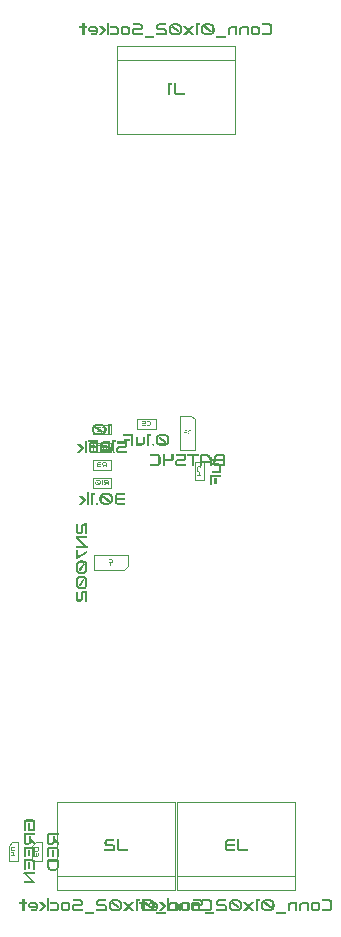
<source format=gbr>
%TF.GenerationSoftware,KiCad,Pcbnew,8.0.0*%
%TF.CreationDate,2024-05-24T13:22:15-04:00*%
%TF.ProjectId,MPPT Charge Controller,4d505054-2043-4686-9172-676520436f6e,0.1*%
%TF.SameCoordinates,Original*%
%TF.FileFunction,AssemblyDrawing,Bot*%
%FSLAX46Y46*%
G04 Gerber Fmt 4.6, Leading zero omitted, Abs format (unit mm)*
G04 Created by KiCad (PCBNEW 8.0.0) date 2024-05-24 13:22:15*
%MOMM*%
%LPD*%
G01*
G04 APERTURE LIST*
%ADD10C,0.150000*%
%ADD11C,0.060000*%
%ADD12C,0.050000*%
%ADD13C,0.100000*%
G04 APERTURE END LIST*
D10*
G36*
X122344758Y-137495000D02*
G01*
X122989071Y-137495000D01*
X123038759Y-137489848D01*
X123042316Y-137489138D01*
X123090017Y-137474725D01*
X123098736Y-137471064D01*
X123142370Y-137446146D01*
X123151981Y-137439068D01*
X123188093Y-137403469D01*
X123196922Y-137391685D01*
X123220972Y-137347117D01*
X123228185Y-137327205D01*
X123238260Y-137277478D01*
X123239908Y-137244162D01*
X123239908Y-136760561D01*
X123234756Y-136711088D01*
X123234047Y-136707561D01*
X123219634Y-136659860D01*
X123215973Y-136651140D01*
X123190894Y-136607507D01*
X123183733Y-136597896D01*
X123149294Y-136563091D01*
X123135861Y-136552955D01*
X123091419Y-136528806D01*
X123071625Y-136521692D01*
X123022319Y-136511617D01*
X122989071Y-136509968D01*
X122344758Y-136509968D01*
X122344758Y-136688510D01*
X122989071Y-136688510D01*
X123036598Y-136701724D01*
X123042804Y-136707072D01*
X123060836Y-136753207D01*
X123061123Y-136762027D01*
X123061123Y-137244162D01*
X123047734Y-137291322D01*
X123042316Y-137297651D01*
X122995391Y-137316293D01*
X122989071Y-137316458D01*
X122344758Y-137316458D01*
X122344758Y-137495000D01*
G37*
G36*
X122006512Y-136754678D02*
G01*
X122056308Y-136765690D01*
X122096075Y-136781529D01*
X122137640Y-136808433D01*
X122171957Y-136842749D01*
X122200167Y-136886102D01*
X122207414Y-136901498D01*
X122221172Y-136950065D01*
X122225324Y-137002362D01*
X122225324Y-137244162D01*
X122224709Y-137265314D01*
X122217364Y-137315397D01*
X122200167Y-137361399D01*
X122173899Y-137402185D01*
X122137640Y-137439068D01*
X122103680Y-137461962D01*
X122056308Y-137482055D01*
X122024296Y-137489943D01*
X121975219Y-137495000D01*
X121653063Y-137495000D01*
X121648272Y-137494948D01*
X121599085Y-137489138D01*
X121590179Y-137487151D01*
X121542909Y-137471064D01*
X121532554Y-137466144D01*
X121489664Y-137439068D01*
X121477254Y-137428779D01*
X121444968Y-137391685D01*
X121433648Y-137373424D01*
X121413949Y-137327205D01*
X121405935Y-137293158D01*
X121402225Y-137244162D01*
X121581011Y-137244162D01*
X121581168Y-137250611D01*
X121598841Y-137297896D01*
X121604866Y-137303243D01*
X121653063Y-137316458D01*
X121973753Y-137316458D01*
X121982458Y-137316168D01*
X122028220Y-137297896D01*
X122033497Y-137291689D01*
X122046538Y-137244162D01*
X122046538Y-137002362D01*
X122046377Y-136995961D01*
X122028220Y-136949361D01*
X122021996Y-136944084D01*
X121973753Y-136931043D01*
X121653063Y-136931043D01*
X121646616Y-136931199D01*
X121599573Y-136948872D01*
X121593265Y-136956237D01*
X121581011Y-137003827D01*
X121581011Y-137244162D01*
X121402225Y-137244162D01*
X121402225Y-137002362D01*
X121404442Y-136970753D01*
X121415659Y-136920785D01*
X121431794Y-136881018D01*
X121458645Y-136839452D01*
X121492839Y-136805075D01*
X121536315Y-136777170D01*
X121551852Y-136770063D01*
X121600685Y-136756573D01*
X121653063Y-136752501D01*
X121975219Y-136752501D01*
X122006512Y-136754678D01*
G37*
G36*
X120432581Y-137495000D02*
G01*
X120611367Y-137495000D01*
X120611367Y-137082718D01*
X120618099Y-137034312D01*
X120623335Y-137019947D01*
X120649790Y-136978699D01*
X120656063Y-136972320D01*
X120697577Y-136944564D01*
X120704423Y-136941789D01*
X120752572Y-136931421D01*
X120764507Y-136931043D01*
X121077138Y-136931043D01*
X121077138Y-137495000D01*
X121255680Y-137495000D01*
X121255680Y-136840917D01*
X121248841Y-136806479D01*
X121229546Y-136778147D01*
X121200725Y-136759340D01*
X121165554Y-136752501D01*
X120763042Y-136752501D01*
X120712697Y-136756413D01*
X120691967Y-136760073D01*
X120643236Y-136774007D01*
X120617961Y-136784497D01*
X120573292Y-136808883D01*
X120547864Y-136826995D01*
X120510884Y-136861410D01*
X120488757Y-136889521D01*
X120463031Y-136934370D01*
X120447724Y-136974274D01*
X120436855Y-137022066D01*
X120432714Y-137071513D01*
X120432581Y-137082718D01*
X120432581Y-137495000D01*
G37*
G36*
X119458541Y-137495000D02*
G01*
X119637326Y-137495000D01*
X119637326Y-137082718D01*
X119644058Y-137034312D01*
X119649294Y-137019947D01*
X119675750Y-136978699D01*
X119682023Y-136972320D01*
X119723537Y-136944564D01*
X119730383Y-136941789D01*
X119778531Y-136931421D01*
X119790467Y-136931043D01*
X120103098Y-136931043D01*
X120103098Y-137495000D01*
X120281639Y-137495000D01*
X120281639Y-136840917D01*
X120274800Y-136806479D01*
X120255505Y-136778147D01*
X120226684Y-136759340D01*
X120191513Y-136752501D01*
X119789001Y-136752501D01*
X119738657Y-136756413D01*
X119717927Y-136760073D01*
X119669195Y-136774007D01*
X119643921Y-136784497D01*
X119599251Y-136808883D01*
X119573823Y-136826995D01*
X119536843Y-136861410D01*
X119514716Y-136889521D01*
X119488991Y-136934370D01*
X119473684Y-136974274D01*
X119462814Y-137022066D01*
X119458674Y-137071513D01*
X119458541Y-137082718D01*
X119458541Y-137495000D01*
G37*
G36*
X118519671Y-137736800D02*
G01*
X119304912Y-137736800D01*
X119304912Y-137576821D01*
X118519671Y-137576821D01*
X118519671Y-137736800D01*
G37*
G36*
X117594235Y-136767644D02*
G01*
X118077836Y-137089801D01*
X118103481Y-137114958D01*
X118116182Y-137146465D01*
X118115693Y-137180903D01*
X118102016Y-137213387D01*
X118069776Y-137242941D01*
X118027766Y-137253199D01*
X118002365Y-137249780D01*
X117978185Y-137237323D01*
X117496049Y-136915167D01*
X117470404Y-136890254D01*
X117456971Y-136858503D01*
X117456971Y-136824309D01*
X117470648Y-136791580D01*
X117495805Y-136766912D01*
X117527312Y-136753722D01*
X117561751Y-136753722D01*
X117594235Y-136767644D01*
G37*
G36*
X117957520Y-136510087D02*
G01*
X118007299Y-136514261D01*
X118055790Y-136524398D01*
X118102993Y-136540498D01*
X118112237Y-136544409D01*
X118156425Y-136566797D01*
X118197226Y-136593907D01*
X118234640Y-136625739D01*
X118241664Y-136632630D01*
X118274093Y-136669577D01*
X118302037Y-136710674D01*
X118325498Y-136755921D01*
X118331565Y-136770205D01*
X118347479Y-136819740D01*
X118356762Y-136872233D01*
X118359448Y-136922006D01*
X118359448Y-137082718D01*
X118359207Y-137097758D01*
X118354579Y-137148775D01*
X118344061Y-137197267D01*
X118342088Y-137203983D01*
X118324196Y-137252344D01*
X118300830Y-137297163D01*
X118297308Y-137302866D01*
X118268282Y-137343331D01*
X118234640Y-137379717D01*
X118229788Y-137384224D01*
X118191638Y-137415351D01*
X118150376Y-137441755D01*
X118144644Y-137444914D01*
X118100194Y-137465694D01*
X118053167Y-137481322D01*
X118046715Y-137482978D01*
X117997653Y-137491994D01*
X117947410Y-137495000D01*
X117625254Y-137495000D01*
X117618547Y-137494946D01*
X117568851Y-137491139D01*
X117520229Y-137481322D01*
X117513810Y-137479536D01*
X117467128Y-137463221D01*
X117423021Y-137441755D01*
X117417311Y-137438507D01*
X117376370Y-137411473D01*
X117338757Y-137379717D01*
X117333974Y-137375101D01*
X117300719Y-137338171D01*
X117272079Y-137297163D01*
X117268617Y-137291392D01*
X117245820Y-137246101D01*
X117228603Y-137197267D01*
X117224940Y-137183670D01*
X117215964Y-137134456D01*
X117212972Y-137082718D01*
X117392979Y-137082718D01*
X117396628Y-137128803D01*
X117409587Y-137176751D01*
X117425181Y-137209544D01*
X117456238Y-137250512D01*
X117485169Y-137274916D01*
X117529511Y-137298872D01*
X117574818Y-137312062D01*
X117625254Y-137316458D01*
X117947410Y-137316458D01*
X117986887Y-137313827D01*
X118035582Y-137300826D01*
X118070684Y-137283629D01*
X118110320Y-137253688D01*
X118136052Y-137224376D01*
X118161855Y-137179682D01*
X118176144Y-137133825D01*
X118180906Y-137082718D01*
X118180906Y-136922006D01*
X118176613Y-136874060D01*
X118161367Y-136825041D01*
X118141792Y-136789311D01*
X118109343Y-136750792D01*
X118078882Y-136726669D01*
X118034361Y-136703897D01*
X117996921Y-136693018D01*
X117947410Y-136688510D01*
X117625254Y-136688510D01*
X117585704Y-136691188D01*
X117537326Y-136704385D01*
X117502531Y-136721509D01*
X117463565Y-136751769D01*
X117436360Y-136783410D01*
X117412274Y-136826018D01*
X117397803Y-136871631D01*
X117392979Y-136922006D01*
X117392979Y-137082718D01*
X117212972Y-137082718D01*
X117212972Y-136922006D01*
X117213216Y-136907023D01*
X117217918Y-136856146D01*
X117228603Y-136807700D01*
X117230576Y-136800984D01*
X117248537Y-136752624D01*
X117272079Y-136707805D01*
X117275631Y-136702073D01*
X117304886Y-136661515D01*
X117338757Y-136625251D01*
X117343580Y-136620744D01*
X117381637Y-136589617D01*
X117423021Y-136563213D01*
X117428753Y-136560025D01*
X117473203Y-136539152D01*
X117520229Y-136523646D01*
X117526650Y-136521989D01*
X117575415Y-136512973D01*
X117625254Y-136509968D01*
X117947410Y-136509968D01*
X117957520Y-136510087D01*
G37*
G36*
X116764542Y-137495000D02*
G01*
X116943816Y-137495000D01*
X116943816Y-136688510D01*
X117105261Y-136688510D01*
X117105261Y-136509968D01*
X116764542Y-136509968D01*
X116764542Y-137495000D01*
G37*
G36*
X115725533Y-136752501D02*
G01*
X116046468Y-137102745D01*
X115684989Y-137495000D01*
X115930941Y-137495000D01*
X116168589Y-137236102D01*
X116406482Y-137495000D01*
X116652923Y-137495000D01*
X116292421Y-137101280D01*
X116611890Y-136752501D01*
X116367159Y-136752501D01*
X116170055Y-136967435D01*
X115971486Y-136752501D01*
X115725533Y-136752501D01*
G37*
G36*
X114841130Y-136767644D02*
G01*
X115324730Y-137089801D01*
X115350376Y-137114958D01*
X115363077Y-137146465D01*
X115362588Y-137180903D01*
X115348910Y-137213387D01*
X115316670Y-137242941D01*
X115274661Y-137253199D01*
X115249259Y-137249780D01*
X115225079Y-137237323D01*
X114742944Y-136915167D01*
X114717298Y-136890254D01*
X114703865Y-136858503D01*
X114703865Y-136824309D01*
X114717543Y-136791580D01*
X114742700Y-136766912D01*
X114774207Y-136753722D01*
X114808645Y-136753722D01*
X114841130Y-136767644D01*
G37*
G36*
X115204415Y-136510087D02*
G01*
X115254194Y-136514261D01*
X115302685Y-136524398D01*
X115349887Y-136540498D01*
X115359131Y-136544409D01*
X115403319Y-136566797D01*
X115444120Y-136593907D01*
X115481534Y-136625739D01*
X115488558Y-136632630D01*
X115520987Y-136669577D01*
X115548932Y-136710674D01*
X115572393Y-136755921D01*
X115578460Y-136770205D01*
X115594374Y-136819740D01*
X115603657Y-136872233D01*
X115606342Y-136922006D01*
X115606342Y-137082718D01*
X115606102Y-137097758D01*
X115601474Y-137148775D01*
X115590955Y-137197267D01*
X115588983Y-137203983D01*
X115571091Y-137252344D01*
X115547724Y-137297163D01*
X115544203Y-137302866D01*
X115515176Y-137343331D01*
X115481534Y-137379717D01*
X115476683Y-137384224D01*
X115438533Y-137415351D01*
X115397271Y-137441755D01*
X115391539Y-137444914D01*
X115347088Y-137465694D01*
X115300062Y-137481322D01*
X115293610Y-137482978D01*
X115244547Y-137491994D01*
X115194305Y-137495000D01*
X114872148Y-137495000D01*
X114865441Y-137494946D01*
X114815746Y-137491139D01*
X114767124Y-137481322D01*
X114760705Y-137479536D01*
X114714022Y-137463221D01*
X114669915Y-137441755D01*
X114664205Y-137438507D01*
X114623265Y-137411473D01*
X114585652Y-137379717D01*
X114580869Y-137375101D01*
X114547613Y-137338171D01*
X114518973Y-137297163D01*
X114515512Y-137291392D01*
X114492714Y-137246101D01*
X114475498Y-137197267D01*
X114471834Y-137183670D01*
X114462859Y-137134456D01*
X114459867Y-137082718D01*
X114639874Y-137082718D01*
X114643523Y-137128803D01*
X114656482Y-137176751D01*
X114672076Y-137209544D01*
X114703132Y-137250512D01*
X114732064Y-137274916D01*
X114776405Y-137298872D01*
X114821712Y-137312062D01*
X114872148Y-137316458D01*
X115194305Y-137316458D01*
X115233781Y-137313827D01*
X115282476Y-137300826D01*
X115317579Y-137283629D01*
X115357215Y-137253688D01*
X115382947Y-137224376D01*
X115408750Y-137179682D01*
X115423038Y-137133825D01*
X115427801Y-137082718D01*
X115427801Y-136922006D01*
X115423508Y-136874060D01*
X115408262Y-136825041D01*
X115388687Y-136789311D01*
X115356238Y-136750792D01*
X115325777Y-136726669D01*
X115281255Y-136703897D01*
X115243815Y-136693018D01*
X115194305Y-136688510D01*
X114872148Y-136688510D01*
X114832598Y-136691188D01*
X114784221Y-136704385D01*
X114749426Y-136721509D01*
X114710460Y-136751769D01*
X114683254Y-136783410D01*
X114659169Y-136826018D01*
X114644697Y-136871631D01*
X114639874Y-136922006D01*
X114639874Y-137082718D01*
X114459867Y-137082718D01*
X114459867Y-136922006D01*
X114460111Y-136907023D01*
X114464812Y-136856146D01*
X114475498Y-136807700D01*
X114477471Y-136800984D01*
X114495432Y-136752624D01*
X114518973Y-136707805D01*
X114522525Y-136702073D01*
X114551781Y-136661515D01*
X114585652Y-136625251D01*
X114590474Y-136620744D01*
X114628531Y-136589617D01*
X114669915Y-136563213D01*
X114675647Y-136560025D01*
X114720098Y-136539152D01*
X114767124Y-136523646D01*
X114773545Y-136521989D01*
X114822310Y-136512973D01*
X114872148Y-136509968D01*
X115194305Y-136509968D01*
X115204415Y-136510087D01*
G37*
G36*
X113411820Y-137495000D02*
G01*
X114316496Y-137495000D01*
X114316496Y-137164539D01*
X114311344Y-137114336D01*
X114310634Y-137110806D01*
X114296221Y-137062931D01*
X114292560Y-137054141D01*
X114267643Y-137010036D01*
X114260564Y-137000408D01*
X114224882Y-136964296D01*
X114213181Y-136955467D01*
X114168740Y-136931417D01*
X114148945Y-136924204D01*
X114099639Y-136914129D01*
X114066391Y-136912480D01*
X113663879Y-136912480D01*
X113615856Y-136899613D01*
X113609901Y-136894406D01*
X113592471Y-136847364D01*
X113592316Y-136840917D01*
X113592316Y-136762027D01*
X113605183Y-136713308D01*
X113610390Y-136707072D01*
X113656146Y-136688673D01*
X113662414Y-136688510D01*
X114236140Y-136688510D01*
X114236140Y-136509968D01*
X113662414Y-136509968D01*
X113611856Y-136514101D01*
X113580837Y-136521692D01*
X113534838Y-136541401D01*
X113516601Y-136552955D01*
X113479369Y-136585561D01*
X113468973Y-136597896D01*
X113442152Y-136639076D01*
X113436245Y-136651140D01*
X113419681Y-136698648D01*
X113417682Y-136707561D01*
X113411843Y-136757463D01*
X113411820Y-136760561D01*
X113411820Y-136840917D01*
X113415358Y-136890033D01*
X113428428Y-136939521D01*
X113436977Y-136958154D01*
X113465126Y-137001385D01*
X113499748Y-137035823D01*
X113541435Y-137062864D01*
X113581081Y-137079054D01*
X113630845Y-137090270D01*
X113662414Y-137092487D01*
X114066391Y-137092487D01*
X114101562Y-137098593D01*
X114121834Y-137115202D01*
X114132337Y-137138649D01*
X114137954Y-137164539D01*
X114137954Y-137316458D01*
X113411820Y-137316458D01*
X113411820Y-137495000D01*
G37*
G36*
X112464402Y-137736800D02*
G01*
X113249643Y-137736800D01*
X113249643Y-137576821D01*
X112464402Y-137576821D01*
X112464402Y-137736800D01*
G37*
G36*
X111332337Y-137205083D02*
G01*
X111335695Y-137255397D01*
X111345770Y-137300338D01*
X111364532Y-137346984D01*
X111380941Y-137374832D01*
X111413053Y-137413045D01*
X111432476Y-137429787D01*
X111474151Y-137457094D01*
X111493781Y-137466912D01*
X111539704Y-137483715D01*
X111558017Y-137488161D01*
X111606538Y-137494672D01*
X111619322Y-137495000D01*
X112308331Y-137495000D01*
X112308331Y-137316458D01*
X111619322Y-137316458D01*
X111571115Y-137307910D01*
X111539455Y-137286172D01*
X111515595Y-137242974D01*
X111510878Y-137205083D01*
X111518450Y-137159898D01*
X111540188Y-137123995D01*
X111574382Y-137100792D01*
X111619322Y-137092487D01*
X112030139Y-137092487D01*
X112081015Y-137087619D01*
X112123684Y-137077100D01*
X112169068Y-137058367D01*
X112211339Y-137031476D01*
X112216740Y-137027274D01*
X112253874Y-136990320D01*
X112282819Y-136947403D01*
X112288303Y-136937149D01*
X112306647Y-136887832D01*
X112315280Y-136835081D01*
X112316636Y-136801106D01*
X112313288Y-136748834D01*
X112301999Y-136698590D01*
X112288303Y-136665551D01*
X112262707Y-136623930D01*
X112229822Y-136586770D01*
X112216740Y-136575425D01*
X112174884Y-136547150D01*
X112129915Y-136527354D01*
X112123684Y-136525355D01*
X112075140Y-136513815D01*
X112030139Y-136509968D01*
X111422218Y-136509968D01*
X111422218Y-136688510D01*
X112030139Y-136688510D01*
X112080259Y-136698324D01*
X112109518Y-136719528D01*
X112133378Y-136763134D01*
X112138094Y-136801106D01*
X112130029Y-136849796D01*
X112109518Y-136882683D01*
X112065115Y-136908290D01*
X112030139Y-136912480D01*
X111619322Y-136912480D01*
X111618101Y-136912480D01*
X111569010Y-136918024D01*
X111557040Y-136920540D01*
X111508726Y-136935699D01*
X111492804Y-136942766D01*
X111450311Y-136967282D01*
X111431988Y-136980868D01*
X111396786Y-137014999D01*
X111380697Y-137036067D01*
X111356540Y-137080184D01*
X111345526Y-137110317D01*
X111334861Y-137160978D01*
X111332337Y-137205083D01*
G37*
G36*
X111005814Y-136754678D02*
G01*
X111055610Y-136765690D01*
X111095377Y-136781529D01*
X111136943Y-136808433D01*
X111171259Y-136842749D01*
X111199469Y-136886102D01*
X111206716Y-136901498D01*
X111220474Y-136950065D01*
X111224626Y-137002362D01*
X111224626Y-137244162D01*
X111224012Y-137265314D01*
X111216666Y-137315397D01*
X111199469Y-137361399D01*
X111173201Y-137402185D01*
X111136943Y-137439068D01*
X111102982Y-137461962D01*
X111055610Y-137482055D01*
X111023599Y-137489943D01*
X110974521Y-137495000D01*
X110652365Y-137495000D01*
X110647574Y-137494948D01*
X110598387Y-137489138D01*
X110589481Y-137487151D01*
X110542211Y-137471064D01*
X110531856Y-137466144D01*
X110488966Y-137439068D01*
X110476556Y-137428779D01*
X110444270Y-137391685D01*
X110432950Y-137373424D01*
X110413251Y-137327205D01*
X110405237Y-137293158D01*
X110401527Y-137244162D01*
X110580313Y-137244162D01*
X110580470Y-137250611D01*
X110598143Y-137297896D01*
X110604168Y-137303243D01*
X110652365Y-137316458D01*
X110973056Y-137316458D01*
X110981761Y-137316168D01*
X111027522Y-137297896D01*
X111032799Y-137291689D01*
X111045840Y-137244162D01*
X111045840Y-137002362D01*
X111045679Y-136995961D01*
X111027522Y-136949361D01*
X111021298Y-136944084D01*
X110973056Y-136931043D01*
X110652365Y-136931043D01*
X110645918Y-136931199D01*
X110598876Y-136948872D01*
X110592567Y-136956237D01*
X110580313Y-137003827D01*
X110580313Y-137244162D01*
X110401527Y-137244162D01*
X110401527Y-137002362D01*
X110403744Y-136970753D01*
X110414961Y-136920785D01*
X110431097Y-136881018D01*
X110457947Y-136839452D01*
X110492141Y-136805075D01*
X110535617Y-136777170D01*
X110551154Y-136770063D01*
X110599987Y-136756573D01*
X110652365Y-136752501D01*
X110974521Y-136752501D01*
X111005814Y-136754678D01*
G37*
G36*
X109535686Y-137495000D02*
G01*
X110020020Y-137495000D01*
X110069098Y-137489943D01*
X110101109Y-137482055D01*
X110148481Y-137461962D01*
X110182442Y-137439068D01*
X110218700Y-137402185D01*
X110244968Y-137361399D01*
X110262165Y-137315397D01*
X110269511Y-137265314D01*
X110270125Y-137244162D01*
X110270125Y-137002362D01*
X110264973Y-136952373D01*
X110264263Y-136948872D01*
X110249850Y-136901648D01*
X110246189Y-136892941D01*
X110221271Y-136849307D01*
X110214193Y-136839696D01*
X110178511Y-136803733D01*
X110166810Y-136795000D01*
X110122369Y-136771300D01*
X110102574Y-136764225D01*
X110053153Y-136754150D01*
X110020020Y-136752501D01*
X109535686Y-136752501D01*
X109535686Y-136931043D01*
X110020020Y-136931043D01*
X110068426Y-136944694D01*
X110073265Y-136948872D01*
X110091057Y-136994847D01*
X110091339Y-137003827D01*
X110091339Y-137244162D01*
X110078298Y-137291689D01*
X110073021Y-137297896D01*
X110027260Y-137316168D01*
X110018555Y-137316458D01*
X109535686Y-137316458D01*
X109535686Y-137495000D01*
G37*
G36*
X108519880Y-137495000D02*
G01*
X108777557Y-137495000D01*
X109137326Y-137147442D01*
X109163192Y-137105432D01*
X109165659Y-137078810D01*
X109155645Y-137042662D01*
X109131953Y-137014085D01*
X108805645Y-136751036D01*
X108519880Y-136751036D01*
X108940222Y-137089801D01*
X108519880Y-137495000D01*
G37*
G36*
X109210844Y-137495000D02*
G01*
X109389629Y-137495000D01*
X109389629Y-136438405D01*
X109210844Y-136438405D01*
X109210844Y-137495000D01*
G37*
G36*
X107649643Y-136998454D02*
G01*
X107655323Y-137049489D01*
X107662832Y-137078321D01*
X107682573Y-137124749D01*
X107705086Y-137158189D01*
X107741069Y-137193737D01*
X107781290Y-137219494D01*
X107829762Y-137237200D01*
X107879064Y-137243777D01*
X107895596Y-137244162D01*
X108217752Y-137244162D01*
X108217752Y-137074658D01*
X107895596Y-137074658D01*
X107847423Y-137059985D01*
X107839420Y-137052431D01*
X107819881Y-137007036D01*
X107819392Y-136996988D01*
X107834065Y-136949994D01*
X107841618Y-136942034D01*
X107887807Y-136922319D01*
X107895596Y-136922006D01*
X108217752Y-136922006D01*
X108266086Y-136936840D01*
X108274172Y-136944476D01*
X108293473Y-136989633D01*
X108293956Y-136999675D01*
X108293956Y-137249047D01*
X108279283Y-137296674D01*
X108271730Y-137304734D01*
X108226334Y-137324035D01*
X108216287Y-137324518D01*
X107895596Y-137324518D01*
X107895596Y-137495000D01*
X108217752Y-137495000D01*
X108266448Y-137489943D01*
X108297864Y-137482055D01*
X108344094Y-137462194D01*
X108377487Y-137439801D01*
X108413104Y-137403697D01*
X108439036Y-137363597D01*
X108456743Y-137314950D01*
X108463319Y-137265583D01*
X108463705Y-137249047D01*
X108463705Y-136998454D01*
X108458648Y-136949758D01*
X108450760Y-136918342D01*
X108430899Y-136871991D01*
X108408506Y-136838719D01*
X108372333Y-136802980D01*
X108332058Y-136777170D01*
X108283464Y-136759463D01*
X108234231Y-136752887D01*
X108217752Y-136752501D01*
X107895596Y-136752501D01*
X107846900Y-136757653D01*
X107815484Y-136765690D01*
X107769133Y-136785431D01*
X107735861Y-136807944D01*
X107700122Y-136843927D01*
X107674312Y-136884148D01*
X107656605Y-136932620D01*
X107650029Y-136981922D01*
X107649643Y-136998454D01*
G37*
G36*
X106858785Y-136931043D02*
G01*
X107170683Y-136931043D01*
X107170683Y-137495000D01*
X107351423Y-137495000D01*
X107351423Y-136931043D01*
X107583453Y-136931043D01*
X107583453Y-136752501D01*
X107351423Y-136752501D01*
X107351423Y-136509968D01*
X107170683Y-136509968D01*
X107170683Y-136752501D01*
X106858785Y-136752501D01*
X106858785Y-136931043D01*
G37*
G36*
X115164752Y-132164162D02*
G01*
X115168830Y-132212874D01*
X115182172Y-132261165D01*
X115183314Y-132264057D01*
X115207241Y-132309398D01*
X115235338Y-132343681D01*
X115274284Y-132375166D01*
X115314717Y-132396193D01*
X115362710Y-132410298D01*
X115411475Y-132414981D01*
X115414856Y-132415000D01*
X116069427Y-132415000D01*
X116069427Y-132236458D01*
X115414856Y-132236458D01*
X115366928Y-132221012D01*
X115363321Y-132217651D01*
X115344922Y-132170484D01*
X115344759Y-132164162D01*
X115344759Y-131429968D01*
X115164752Y-131429968D01*
X115164752Y-132164162D01*
G37*
G36*
X114153586Y-132164162D02*
G01*
X114157124Y-132213163D01*
X114170194Y-132262691D01*
X114178743Y-132281399D01*
X114206831Y-132324630D01*
X114241269Y-132359068D01*
X114282835Y-132386041D01*
X114322602Y-132402055D01*
X114372570Y-132412863D01*
X114404179Y-132415000D01*
X114977173Y-132415000D01*
X114977173Y-132236458D01*
X114404179Y-132236458D01*
X114356330Y-132223243D01*
X114350446Y-132217896D01*
X114333015Y-132170611D01*
X114332860Y-132164162D01*
X114332860Y-132012487D01*
X114977173Y-132012487D01*
X114977173Y-131832480D01*
X114332860Y-131832480D01*
X114332860Y-131682027D01*
X114344631Y-131634427D01*
X114387464Y-131609658D01*
X114404179Y-131608510D01*
X114977173Y-131608510D01*
X114977173Y-131429968D01*
X114404179Y-131429968D01*
X114353010Y-131434101D01*
X114321869Y-131441692D01*
X114275871Y-131461401D01*
X114257634Y-131472955D01*
X114220402Y-131505561D01*
X114210006Y-131517896D01*
X114183483Y-131559076D01*
X114177766Y-131571140D01*
X114161441Y-131618648D01*
X114159448Y-131627561D01*
X114153609Y-131677463D01*
X114153586Y-131680561D01*
X114153586Y-132164162D01*
G37*
G36*
X112184758Y-137495000D02*
G01*
X112829071Y-137495000D01*
X112878759Y-137489848D01*
X112882316Y-137489138D01*
X112930017Y-137474725D01*
X112938736Y-137471064D01*
X112982370Y-137446146D01*
X112991981Y-137439068D01*
X113028093Y-137403469D01*
X113036922Y-137391685D01*
X113060972Y-137347117D01*
X113068185Y-137327205D01*
X113078260Y-137277478D01*
X113079908Y-137244162D01*
X113079908Y-136760561D01*
X113074756Y-136711088D01*
X113074047Y-136707561D01*
X113059634Y-136659860D01*
X113055973Y-136651140D01*
X113030894Y-136607507D01*
X113023733Y-136597896D01*
X112989294Y-136563091D01*
X112975861Y-136552955D01*
X112931419Y-136528806D01*
X112911625Y-136521692D01*
X112862319Y-136511617D01*
X112829071Y-136509968D01*
X112184758Y-136509968D01*
X112184758Y-136688510D01*
X112829071Y-136688510D01*
X112876598Y-136701724D01*
X112882804Y-136707072D01*
X112900836Y-136753207D01*
X112901123Y-136762027D01*
X112901123Y-137244162D01*
X112887734Y-137291322D01*
X112882316Y-137297651D01*
X112835391Y-137316293D01*
X112829071Y-137316458D01*
X112184758Y-137316458D01*
X112184758Y-137495000D01*
G37*
G36*
X111846512Y-136754678D02*
G01*
X111896308Y-136765690D01*
X111936075Y-136781529D01*
X111977640Y-136808433D01*
X112011957Y-136842749D01*
X112040167Y-136886102D01*
X112047414Y-136901498D01*
X112061172Y-136950065D01*
X112065324Y-137002362D01*
X112065324Y-137244162D01*
X112064709Y-137265314D01*
X112057364Y-137315397D01*
X112040167Y-137361399D01*
X112013899Y-137402185D01*
X111977640Y-137439068D01*
X111943680Y-137461962D01*
X111896308Y-137482055D01*
X111864296Y-137489943D01*
X111815219Y-137495000D01*
X111493063Y-137495000D01*
X111488272Y-137494948D01*
X111439085Y-137489138D01*
X111430179Y-137487151D01*
X111382909Y-137471064D01*
X111372554Y-137466144D01*
X111329664Y-137439068D01*
X111317254Y-137428779D01*
X111284968Y-137391685D01*
X111273648Y-137373424D01*
X111253949Y-137327205D01*
X111245935Y-137293158D01*
X111242225Y-137244162D01*
X111421011Y-137244162D01*
X111421168Y-137250611D01*
X111438841Y-137297896D01*
X111444866Y-137303243D01*
X111493063Y-137316458D01*
X111813753Y-137316458D01*
X111822458Y-137316168D01*
X111868220Y-137297896D01*
X111873497Y-137291689D01*
X111886538Y-137244162D01*
X111886538Y-137002362D01*
X111886377Y-136995961D01*
X111868220Y-136949361D01*
X111861996Y-136944084D01*
X111813753Y-136931043D01*
X111493063Y-136931043D01*
X111486616Y-136931199D01*
X111439573Y-136948872D01*
X111433265Y-136956237D01*
X111421011Y-137003827D01*
X111421011Y-137244162D01*
X111242225Y-137244162D01*
X111242225Y-137002362D01*
X111244442Y-136970753D01*
X111255659Y-136920785D01*
X111271794Y-136881018D01*
X111298645Y-136839452D01*
X111332839Y-136805075D01*
X111376315Y-136777170D01*
X111391852Y-136770063D01*
X111440685Y-136756573D01*
X111493063Y-136752501D01*
X111815219Y-136752501D01*
X111846512Y-136754678D01*
G37*
G36*
X110272581Y-137495000D02*
G01*
X110451367Y-137495000D01*
X110451367Y-137082718D01*
X110458099Y-137034312D01*
X110463335Y-137019947D01*
X110489790Y-136978699D01*
X110496063Y-136972320D01*
X110537577Y-136944564D01*
X110544423Y-136941789D01*
X110592572Y-136931421D01*
X110604507Y-136931043D01*
X110917138Y-136931043D01*
X110917138Y-137495000D01*
X111095680Y-137495000D01*
X111095680Y-136840917D01*
X111088841Y-136806479D01*
X111069546Y-136778147D01*
X111040725Y-136759340D01*
X111005554Y-136752501D01*
X110603042Y-136752501D01*
X110552697Y-136756413D01*
X110531967Y-136760073D01*
X110483236Y-136774007D01*
X110457961Y-136784497D01*
X110413292Y-136808883D01*
X110387864Y-136826995D01*
X110350884Y-136861410D01*
X110328757Y-136889521D01*
X110303031Y-136934370D01*
X110287724Y-136974274D01*
X110276855Y-137022066D01*
X110272714Y-137071513D01*
X110272581Y-137082718D01*
X110272581Y-137495000D01*
G37*
G36*
X109298541Y-137495000D02*
G01*
X109477326Y-137495000D01*
X109477326Y-137082718D01*
X109484058Y-137034312D01*
X109489294Y-137019947D01*
X109515750Y-136978699D01*
X109522023Y-136972320D01*
X109563537Y-136944564D01*
X109570383Y-136941789D01*
X109618531Y-136931421D01*
X109630467Y-136931043D01*
X109943098Y-136931043D01*
X109943098Y-137495000D01*
X110121639Y-137495000D01*
X110121639Y-136840917D01*
X110114800Y-136806479D01*
X110095505Y-136778147D01*
X110066684Y-136759340D01*
X110031513Y-136752501D01*
X109629001Y-136752501D01*
X109578657Y-136756413D01*
X109557927Y-136760073D01*
X109509195Y-136774007D01*
X109483921Y-136784497D01*
X109439251Y-136808883D01*
X109413823Y-136826995D01*
X109376843Y-136861410D01*
X109354716Y-136889521D01*
X109328991Y-136934370D01*
X109313684Y-136974274D01*
X109302814Y-137022066D01*
X109298674Y-137071513D01*
X109298541Y-137082718D01*
X109298541Y-137495000D01*
G37*
G36*
X108359671Y-137736800D02*
G01*
X109144912Y-137736800D01*
X109144912Y-137576821D01*
X108359671Y-137576821D01*
X108359671Y-137736800D01*
G37*
G36*
X107434235Y-136767644D02*
G01*
X107917836Y-137089801D01*
X107943481Y-137114958D01*
X107956182Y-137146465D01*
X107955693Y-137180903D01*
X107942016Y-137213387D01*
X107909776Y-137242941D01*
X107867766Y-137253199D01*
X107842365Y-137249780D01*
X107818185Y-137237323D01*
X107336049Y-136915167D01*
X107310404Y-136890254D01*
X107296971Y-136858503D01*
X107296971Y-136824309D01*
X107310648Y-136791580D01*
X107335805Y-136766912D01*
X107367312Y-136753722D01*
X107401751Y-136753722D01*
X107434235Y-136767644D01*
G37*
G36*
X107797520Y-136510087D02*
G01*
X107847299Y-136514261D01*
X107895790Y-136524398D01*
X107942993Y-136540498D01*
X107952237Y-136544409D01*
X107996425Y-136566797D01*
X108037226Y-136593907D01*
X108074640Y-136625739D01*
X108081664Y-136632630D01*
X108114093Y-136669577D01*
X108142037Y-136710674D01*
X108165498Y-136755921D01*
X108171565Y-136770205D01*
X108187479Y-136819740D01*
X108196762Y-136872233D01*
X108199448Y-136922006D01*
X108199448Y-137082718D01*
X108199207Y-137097758D01*
X108194579Y-137148775D01*
X108184061Y-137197267D01*
X108182088Y-137203983D01*
X108164196Y-137252344D01*
X108140830Y-137297163D01*
X108137308Y-137302866D01*
X108108282Y-137343331D01*
X108074640Y-137379717D01*
X108069788Y-137384224D01*
X108031638Y-137415351D01*
X107990376Y-137441755D01*
X107984644Y-137444914D01*
X107940194Y-137465694D01*
X107893167Y-137481322D01*
X107886715Y-137482978D01*
X107837653Y-137491994D01*
X107787410Y-137495000D01*
X107465254Y-137495000D01*
X107458547Y-137494946D01*
X107408851Y-137491139D01*
X107360229Y-137481322D01*
X107353810Y-137479536D01*
X107307128Y-137463221D01*
X107263021Y-137441755D01*
X107257311Y-137438507D01*
X107216370Y-137411473D01*
X107178757Y-137379717D01*
X107173974Y-137375101D01*
X107140719Y-137338171D01*
X107112079Y-137297163D01*
X107108617Y-137291392D01*
X107085820Y-137246101D01*
X107068603Y-137197267D01*
X107064940Y-137183670D01*
X107055964Y-137134456D01*
X107052972Y-137082718D01*
X107232979Y-137082718D01*
X107236628Y-137128803D01*
X107249587Y-137176751D01*
X107265181Y-137209544D01*
X107296238Y-137250512D01*
X107325169Y-137274916D01*
X107369511Y-137298872D01*
X107414818Y-137312062D01*
X107465254Y-137316458D01*
X107787410Y-137316458D01*
X107826887Y-137313827D01*
X107875582Y-137300826D01*
X107910684Y-137283629D01*
X107950320Y-137253688D01*
X107976052Y-137224376D01*
X108001855Y-137179682D01*
X108016144Y-137133825D01*
X108020906Y-137082718D01*
X108020906Y-136922006D01*
X108016613Y-136874060D01*
X108001367Y-136825041D01*
X107981792Y-136789311D01*
X107949343Y-136750792D01*
X107918882Y-136726669D01*
X107874361Y-136703897D01*
X107836921Y-136693018D01*
X107787410Y-136688510D01*
X107465254Y-136688510D01*
X107425704Y-136691188D01*
X107377326Y-136704385D01*
X107342531Y-136721509D01*
X107303565Y-136751769D01*
X107276360Y-136783410D01*
X107252274Y-136826018D01*
X107237803Y-136871631D01*
X107232979Y-136922006D01*
X107232979Y-137082718D01*
X107052972Y-137082718D01*
X107052972Y-136922006D01*
X107053216Y-136907023D01*
X107057918Y-136856146D01*
X107068603Y-136807700D01*
X107070576Y-136800984D01*
X107088537Y-136752624D01*
X107112079Y-136707805D01*
X107115631Y-136702073D01*
X107144886Y-136661515D01*
X107178757Y-136625251D01*
X107183580Y-136620744D01*
X107221637Y-136589617D01*
X107263021Y-136563213D01*
X107268753Y-136560025D01*
X107313203Y-136539152D01*
X107360229Y-136523646D01*
X107366650Y-136521989D01*
X107415415Y-136512973D01*
X107465254Y-136509968D01*
X107787410Y-136509968D01*
X107797520Y-136510087D01*
G37*
G36*
X106604542Y-137495000D02*
G01*
X106783816Y-137495000D01*
X106783816Y-136688510D01*
X106945261Y-136688510D01*
X106945261Y-136509968D01*
X106604542Y-136509968D01*
X106604542Y-137495000D01*
G37*
G36*
X105565533Y-136752501D02*
G01*
X105886468Y-137102745D01*
X105524989Y-137495000D01*
X105770941Y-137495000D01*
X106008589Y-137236102D01*
X106246482Y-137495000D01*
X106492923Y-137495000D01*
X106132421Y-137101280D01*
X106451890Y-136752501D01*
X106207159Y-136752501D01*
X106010055Y-136967435D01*
X105811486Y-136752501D01*
X105565533Y-136752501D01*
G37*
G36*
X104681130Y-136767644D02*
G01*
X105164730Y-137089801D01*
X105190376Y-137114958D01*
X105203077Y-137146465D01*
X105202588Y-137180903D01*
X105188910Y-137213387D01*
X105156670Y-137242941D01*
X105114661Y-137253199D01*
X105089259Y-137249780D01*
X105065079Y-137237323D01*
X104582944Y-136915167D01*
X104557298Y-136890254D01*
X104543865Y-136858503D01*
X104543865Y-136824309D01*
X104557543Y-136791580D01*
X104582700Y-136766912D01*
X104614207Y-136753722D01*
X104648645Y-136753722D01*
X104681130Y-136767644D01*
G37*
G36*
X105044415Y-136510087D02*
G01*
X105094194Y-136514261D01*
X105142685Y-136524398D01*
X105189887Y-136540498D01*
X105199131Y-136544409D01*
X105243319Y-136566797D01*
X105284120Y-136593907D01*
X105321534Y-136625739D01*
X105328558Y-136632630D01*
X105360987Y-136669577D01*
X105388932Y-136710674D01*
X105412393Y-136755921D01*
X105418460Y-136770205D01*
X105434374Y-136819740D01*
X105443657Y-136872233D01*
X105446342Y-136922006D01*
X105446342Y-137082718D01*
X105446102Y-137097758D01*
X105441474Y-137148775D01*
X105430955Y-137197267D01*
X105428983Y-137203983D01*
X105411091Y-137252344D01*
X105387724Y-137297163D01*
X105384203Y-137302866D01*
X105355176Y-137343331D01*
X105321534Y-137379717D01*
X105316683Y-137384224D01*
X105278533Y-137415351D01*
X105237271Y-137441755D01*
X105231539Y-137444914D01*
X105187088Y-137465694D01*
X105140062Y-137481322D01*
X105133610Y-137482978D01*
X105084547Y-137491994D01*
X105034305Y-137495000D01*
X104712148Y-137495000D01*
X104705441Y-137494946D01*
X104655746Y-137491139D01*
X104607124Y-137481322D01*
X104600705Y-137479536D01*
X104554022Y-137463221D01*
X104509915Y-137441755D01*
X104504205Y-137438507D01*
X104463265Y-137411473D01*
X104425652Y-137379717D01*
X104420869Y-137375101D01*
X104387613Y-137338171D01*
X104358973Y-137297163D01*
X104355512Y-137291392D01*
X104332714Y-137246101D01*
X104315498Y-137197267D01*
X104311834Y-137183670D01*
X104302859Y-137134456D01*
X104299867Y-137082718D01*
X104479874Y-137082718D01*
X104483523Y-137128803D01*
X104496482Y-137176751D01*
X104512076Y-137209544D01*
X104543132Y-137250512D01*
X104572064Y-137274916D01*
X104616405Y-137298872D01*
X104661712Y-137312062D01*
X104712148Y-137316458D01*
X105034305Y-137316458D01*
X105073781Y-137313827D01*
X105122476Y-137300826D01*
X105157579Y-137283629D01*
X105197215Y-137253688D01*
X105222947Y-137224376D01*
X105248750Y-137179682D01*
X105263038Y-137133825D01*
X105267801Y-137082718D01*
X105267801Y-136922006D01*
X105263508Y-136874060D01*
X105248262Y-136825041D01*
X105228687Y-136789311D01*
X105196238Y-136750792D01*
X105165777Y-136726669D01*
X105121255Y-136703897D01*
X105083815Y-136693018D01*
X105034305Y-136688510D01*
X104712148Y-136688510D01*
X104672598Y-136691188D01*
X104624221Y-136704385D01*
X104589426Y-136721509D01*
X104550460Y-136751769D01*
X104523254Y-136783410D01*
X104499169Y-136826018D01*
X104484697Y-136871631D01*
X104479874Y-136922006D01*
X104479874Y-137082718D01*
X104299867Y-137082718D01*
X104299867Y-136922006D01*
X104300111Y-136907023D01*
X104304812Y-136856146D01*
X104315498Y-136807700D01*
X104317471Y-136800984D01*
X104335432Y-136752624D01*
X104358973Y-136707805D01*
X104362525Y-136702073D01*
X104391781Y-136661515D01*
X104425652Y-136625251D01*
X104430474Y-136620744D01*
X104468531Y-136589617D01*
X104509915Y-136563213D01*
X104515647Y-136560025D01*
X104560098Y-136539152D01*
X104607124Y-136523646D01*
X104613545Y-136521989D01*
X104662310Y-136512973D01*
X104712148Y-136509968D01*
X105034305Y-136509968D01*
X105044415Y-136510087D01*
G37*
G36*
X103251820Y-137495000D02*
G01*
X104156496Y-137495000D01*
X104156496Y-137164539D01*
X104151344Y-137114336D01*
X104150634Y-137110806D01*
X104136221Y-137062931D01*
X104132560Y-137054141D01*
X104107643Y-137010036D01*
X104100564Y-137000408D01*
X104064882Y-136964296D01*
X104053181Y-136955467D01*
X104008740Y-136931417D01*
X103988945Y-136924204D01*
X103939639Y-136914129D01*
X103906391Y-136912480D01*
X103503879Y-136912480D01*
X103455856Y-136899613D01*
X103449901Y-136894406D01*
X103432471Y-136847364D01*
X103432316Y-136840917D01*
X103432316Y-136762027D01*
X103445183Y-136713308D01*
X103450390Y-136707072D01*
X103496146Y-136688673D01*
X103502414Y-136688510D01*
X104076140Y-136688510D01*
X104076140Y-136509968D01*
X103502414Y-136509968D01*
X103451856Y-136514101D01*
X103420837Y-136521692D01*
X103374838Y-136541401D01*
X103356601Y-136552955D01*
X103319369Y-136585561D01*
X103308973Y-136597896D01*
X103282152Y-136639076D01*
X103276245Y-136651140D01*
X103259681Y-136698648D01*
X103257682Y-136707561D01*
X103251843Y-136757463D01*
X103251820Y-136760561D01*
X103251820Y-136840917D01*
X103255358Y-136890033D01*
X103268428Y-136939521D01*
X103276977Y-136958154D01*
X103305126Y-137001385D01*
X103339748Y-137035823D01*
X103381435Y-137062864D01*
X103421081Y-137079054D01*
X103470845Y-137090270D01*
X103502414Y-137092487D01*
X103906391Y-137092487D01*
X103941562Y-137098593D01*
X103961834Y-137115202D01*
X103972337Y-137138649D01*
X103977954Y-137164539D01*
X103977954Y-137316458D01*
X103251820Y-137316458D01*
X103251820Y-137495000D01*
G37*
G36*
X102304402Y-137736800D02*
G01*
X103089643Y-137736800D01*
X103089643Y-137576821D01*
X102304402Y-137576821D01*
X102304402Y-137736800D01*
G37*
G36*
X101172337Y-137205083D02*
G01*
X101175695Y-137255397D01*
X101185770Y-137300338D01*
X101204532Y-137346984D01*
X101220941Y-137374832D01*
X101253053Y-137413045D01*
X101272476Y-137429787D01*
X101314151Y-137457094D01*
X101333781Y-137466912D01*
X101379704Y-137483715D01*
X101398017Y-137488161D01*
X101446538Y-137494672D01*
X101459322Y-137495000D01*
X102148331Y-137495000D01*
X102148331Y-137316458D01*
X101459322Y-137316458D01*
X101411115Y-137307910D01*
X101379455Y-137286172D01*
X101355595Y-137242974D01*
X101350878Y-137205083D01*
X101358450Y-137159898D01*
X101380188Y-137123995D01*
X101414382Y-137100792D01*
X101459322Y-137092487D01*
X101870139Y-137092487D01*
X101921015Y-137087619D01*
X101963684Y-137077100D01*
X102009068Y-137058367D01*
X102051339Y-137031476D01*
X102056740Y-137027274D01*
X102093874Y-136990320D01*
X102122819Y-136947403D01*
X102128303Y-136937149D01*
X102146647Y-136887832D01*
X102155280Y-136835081D01*
X102156636Y-136801106D01*
X102153288Y-136748834D01*
X102141999Y-136698590D01*
X102128303Y-136665551D01*
X102102707Y-136623930D01*
X102069822Y-136586770D01*
X102056740Y-136575425D01*
X102014884Y-136547150D01*
X101969915Y-136527354D01*
X101963684Y-136525355D01*
X101915140Y-136513815D01*
X101870139Y-136509968D01*
X101262218Y-136509968D01*
X101262218Y-136688510D01*
X101870139Y-136688510D01*
X101920259Y-136698324D01*
X101949518Y-136719528D01*
X101973378Y-136763134D01*
X101978094Y-136801106D01*
X101970029Y-136849796D01*
X101949518Y-136882683D01*
X101905115Y-136908290D01*
X101870139Y-136912480D01*
X101459322Y-136912480D01*
X101458101Y-136912480D01*
X101409010Y-136918024D01*
X101397040Y-136920540D01*
X101348726Y-136935699D01*
X101332804Y-136942766D01*
X101290311Y-136967282D01*
X101271988Y-136980868D01*
X101236786Y-137014999D01*
X101220697Y-137036067D01*
X101196540Y-137080184D01*
X101185526Y-137110317D01*
X101174861Y-137160978D01*
X101172337Y-137205083D01*
G37*
G36*
X100845814Y-136754678D02*
G01*
X100895610Y-136765690D01*
X100935377Y-136781529D01*
X100976943Y-136808433D01*
X101011259Y-136842749D01*
X101039469Y-136886102D01*
X101046716Y-136901498D01*
X101060474Y-136950065D01*
X101064626Y-137002362D01*
X101064626Y-137244162D01*
X101064012Y-137265314D01*
X101056666Y-137315397D01*
X101039469Y-137361399D01*
X101013201Y-137402185D01*
X100976943Y-137439068D01*
X100942982Y-137461962D01*
X100895610Y-137482055D01*
X100863599Y-137489943D01*
X100814521Y-137495000D01*
X100492365Y-137495000D01*
X100487574Y-137494948D01*
X100438387Y-137489138D01*
X100429481Y-137487151D01*
X100382211Y-137471064D01*
X100371856Y-137466144D01*
X100328966Y-137439068D01*
X100316556Y-137428779D01*
X100284270Y-137391685D01*
X100272950Y-137373424D01*
X100253251Y-137327205D01*
X100245237Y-137293158D01*
X100241527Y-137244162D01*
X100420313Y-137244162D01*
X100420470Y-137250611D01*
X100438143Y-137297896D01*
X100444168Y-137303243D01*
X100492365Y-137316458D01*
X100813056Y-137316458D01*
X100821761Y-137316168D01*
X100867522Y-137297896D01*
X100872799Y-137291689D01*
X100885840Y-137244162D01*
X100885840Y-137002362D01*
X100885679Y-136995961D01*
X100867522Y-136949361D01*
X100861298Y-136944084D01*
X100813056Y-136931043D01*
X100492365Y-136931043D01*
X100485918Y-136931199D01*
X100438876Y-136948872D01*
X100432567Y-136956237D01*
X100420313Y-137003827D01*
X100420313Y-137244162D01*
X100241527Y-137244162D01*
X100241527Y-137002362D01*
X100243744Y-136970753D01*
X100254961Y-136920785D01*
X100271097Y-136881018D01*
X100297947Y-136839452D01*
X100332141Y-136805075D01*
X100375617Y-136777170D01*
X100391154Y-136770063D01*
X100439987Y-136756573D01*
X100492365Y-136752501D01*
X100814521Y-136752501D01*
X100845814Y-136754678D01*
G37*
G36*
X99375686Y-137495000D02*
G01*
X99860020Y-137495000D01*
X99909098Y-137489943D01*
X99941109Y-137482055D01*
X99988481Y-137461962D01*
X100022442Y-137439068D01*
X100058700Y-137402185D01*
X100084968Y-137361399D01*
X100102165Y-137315397D01*
X100109511Y-137265314D01*
X100110125Y-137244162D01*
X100110125Y-137002362D01*
X100104973Y-136952373D01*
X100104263Y-136948872D01*
X100089850Y-136901648D01*
X100086189Y-136892941D01*
X100061271Y-136849307D01*
X100054193Y-136839696D01*
X100018511Y-136803733D01*
X100006810Y-136795000D01*
X99962369Y-136771300D01*
X99942574Y-136764225D01*
X99893153Y-136754150D01*
X99860020Y-136752501D01*
X99375686Y-136752501D01*
X99375686Y-136931043D01*
X99860020Y-136931043D01*
X99908426Y-136944694D01*
X99913265Y-136948872D01*
X99931057Y-136994847D01*
X99931339Y-137003827D01*
X99931339Y-137244162D01*
X99918298Y-137291689D01*
X99913021Y-137297896D01*
X99867260Y-137316168D01*
X99858555Y-137316458D01*
X99375686Y-137316458D01*
X99375686Y-137495000D01*
G37*
G36*
X98359880Y-137495000D02*
G01*
X98617557Y-137495000D01*
X98977326Y-137147442D01*
X99003192Y-137105432D01*
X99005659Y-137078810D01*
X98995645Y-137042662D01*
X98971953Y-137014085D01*
X98645645Y-136751036D01*
X98359880Y-136751036D01*
X98780222Y-137089801D01*
X98359880Y-137495000D01*
G37*
G36*
X99050844Y-137495000D02*
G01*
X99229629Y-137495000D01*
X99229629Y-136438405D01*
X99050844Y-136438405D01*
X99050844Y-137495000D01*
G37*
G36*
X97489643Y-136998454D02*
G01*
X97495323Y-137049489D01*
X97502832Y-137078321D01*
X97522573Y-137124749D01*
X97545086Y-137158189D01*
X97581069Y-137193737D01*
X97621290Y-137219494D01*
X97669762Y-137237200D01*
X97719064Y-137243777D01*
X97735596Y-137244162D01*
X98057752Y-137244162D01*
X98057752Y-137074658D01*
X97735596Y-137074658D01*
X97687423Y-137059985D01*
X97679420Y-137052431D01*
X97659881Y-137007036D01*
X97659392Y-136996988D01*
X97674065Y-136949994D01*
X97681618Y-136942034D01*
X97727807Y-136922319D01*
X97735596Y-136922006D01*
X98057752Y-136922006D01*
X98106086Y-136936840D01*
X98114172Y-136944476D01*
X98133473Y-136989633D01*
X98133956Y-136999675D01*
X98133956Y-137249047D01*
X98119283Y-137296674D01*
X98111730Y-137304734D01*
X98066334Y-137324035D01*
X98056287Y-137324518D01*
X97735596Y-137324518D01*
X97735596Y-137495000D01*
X98057752Y-137495000D01*
X98106448Y-137489943D01*
X98137864Y-137482055D01*
X98184094Y-137462194D01*
X98217487Y-137439801D01*
X98253104Y-137403697D01*
X98279036Y-137363597D01*
X98296743Y-137314950D01*
X98303319Y-137265583D01*
X98303705Y-137249047D01*
X98303705Y-136998454D01*
X98298648Y-136949758D01*
X98290760Y-136918342D01*
X98270899Y-136871991D01*
X98248506Y-136838719D01*
X98212333Y-136802980D01*
X98172058Y-136777170D01*
X98123464Y-136759463D01*
X98074231Y-136752887D01*
X98057752Y-136752501D01*
X97735596Y-136752501D01*
X97686900Y-136757653D01*
X97655484Y-136765690D01*
X97609133Y-136785431D01*
X97575861Y-136807944D01*
X97540122Y-136843927D01*
X97514312Y-136884148D01*
X97496605Y-136932620D01*
X97490029Y-136981922D01*
X97489643Y-136998454D01*
G37*
G36*
X96698785Y-136931043D02*
G01*
X97010683Y-136931043D01*
X97010683Y-137495000D01*
X97191423Y-137495000D01*
X97191423Y-136931043D01*
X97423453Y-136931043D01*
X97423453Y-136752501D01*
X97191423Y-136752501D01*
X97191423Y-136509968D01*
X97010683Y-136509968D01*
X97010683Y-136752501D01*
X96698785Y-136752501D01*
X96698785Y-136931043D01*
G37*
G36*
X105028199Y-132164162D02*
G01*
X105032277Y-132212874D01*
X105045619Y-132261165D01*
X105046761Y-132264057D01*
X105070688Y-132309398D01*
X105098785Y-132343681D01*
X105137731Y-132375166D01*
X105178164Y-132396193D01*
X105226157Y-132410298D01*
X105274922Y-132414981D01*
X105278303Y-132415000D01*
X105932874Y-132415000D01*
X105932874Y-132236458D01*
X105278303Y-132236458D01*
X105230375Y-132221012D01*
X105226768Y-132217651D01*
X105208369Y-132170484D01*
X105208206Y-132164162D01*
X105208206Y-131429968D01*
X105028199Y-131429968D01*
X105028199Y-132164162D01*
G37*
G36*
X103955240Y-132415000D02*
G01*
X104859915Y-132415000D01*
X104859915Y-132084539D01*
X104854763Y-132034336D01*
X104854053Y-132030806D01*
X104839641Y-131982931D01*
X104835979Y-131974141D01*
X104811062Y-131930036D01*
X104803984Y-131920408D01*
X104768301Y-131884296D01*
X104756601Y-131875467D01*
X104712159Y-131851417D01*
X104692365Y-131844204D01*
X104643058Y-131834129D01*
X104609811Y-131832480D01*
X104207298Y-131832480D01*
X104159275Y-131819613D01*
X104153321Y-131814406D01*
X104135890Y-131767364D01*
X104135735Y-131760917D01*
X104135735Y-131682027D01*
X104148602Y-131633308D01*
X104153809Y-131627072D01*
X104199565Y-131608673D01*
X104205833Y-131608510D01*
X104779559Y-131608510D01*
X104779559Y-131429968D01*
X104205833Y-131429968D01*
X104155276Y-131434101D01*
X104124256Y-131441692D01*
X104078257Y-131461401D01*
X104060020Y-131472955D01*
X104022788Y-131505561D01*
X104012393Y-131517896D01*
X103985571Y-131559076D01*
X103979664Y-131571140D01*
X103963100Y-131618648D01*
X103961102Y-131627561D01*
X103955263Y-131677463D01*
X103955240Y-131680561D01*
X103955240Y-131760917D01*
X103958777Y-131810033D01*
X103971847Y-131859521D01*
X103980397Y-131878154D01*
X104008546Y-131921385D01*
X104043167Y-131955823D01*
X104084855Y-131982864D01*
X104124500Y-131999054D01*
X104174264Y-132010270D01*
X104205833Y-132012487D01*
X104609811Y-132012487D01*
X104644982Y-132018593D01*
X104665254Y-132035202D01*
X104675756Y-132058649D01*
X104681374Y-132084539D01*
X104681374Y-132236458D01*
X103955240Y-132236458D01*
X103955240Y-132415000D01*
G37*
G36*
X117264758Y-63335000D02*
G01*
X117909071Y-63335000D01*
X117958759Y-63329848D01*
X117962316Y-63329138D01*
X118010017Y-63314725D01*
X118018736Y-63311064D01*
X118062370Y-63286146D01*
X118071981Y-63279068D01*
X118108093Y-63243469D01*
X118116922Y-63231685D01*
X118140972Y-63187117D01*
X118148185Y-63167205D01*
X118158260Y-63117478D01*
X118159908Y-63084162D01*
X118159908Y-62600561D01*
X118154756Y-62551088D01*
X118154047Y-62547561D01*
X118139634Y-62499860D01*
X118135973Y-62491140D01*
X118110894Y-62447507D01*
X118103733Y-62437896D01*
X118069294Y-62403091D01*
X118055861Y-62392955D01*
X118011419Y-62368806D01*
X117991625Y-62361692D01*
X117942319Y-62351617D01*
X117909071Y-62349968D01*
X117264758Y-62349968D01*
X117264758Y-62528510D01*
X117909071Y-62528510D01*
X117956598Y-62541724D01*
X117962804Y-62547072D01*
X117980836Y-62593207D01*
X117981123Y-62602027D01*
X117981123Y-63084162D01*
X117967734Y-63131322D01*
X117962316Y-63137651D01*
X117915391Y-63156293D01*
X117909071Y-63156458D01*
X117264758Y-63156458D01*
X117264758Y-63335000D01*
G37*
G36*
X116926512Y-62594678D02*
G01*
X116976308Y-62605690D01*
X117016075Y-62621529D01*
X117057640Y-62648433D01*
X117091957Y-62682749D01*
X117120167Y-62726102D01*
X117127414Y-62741498D01*
X117141172Y-62790065D01*
X117145324Y-62842362D01*
X117145324Y-63084162D01*
X117144709Y-63105314D01*
X117137364Y-63155397D01*
X117120167Y-63201399D01*
X117093899Y-63242185D01*
X117057640Y-63279068D01*
X117023680Y-63301962D01*
X116976308Y-63322055D01*
X116944296Y-63329943D01*
X116895219Y-63335000D01*
X116573063Y-63335000D01*
X116568272Y-63334948D01*
X116519085Y-63329138D01*
X116510179Y-63327151D01*
X116462909Y-63311064D01*
X116452554Y-63306144D01*
X116409664Y-63279068D01*
X116397254Y-63268779D01*
X116364968Y-63231685D01*
X116353648Y-63213424D01*
X116333949Y-63167205D01*
X116325935Y-63133158D01*
X116322225Y-63084162D01*
X116501011Y-63084162D01*
X116501168Y-63090611D01*
X116518841Y-63137896D01*
X116524866Y-63143243D01*
X116573063Y-63156458D01*
X116893753Y-63156458D01*
X116902458Y-63156168D01*
X116948220Y-63137896D01*
X116953497Y-63131689D01*
X116966538Y-63084162D01*
X116966538Y-62842362D01*
X116966377Y-62835961D01*
X116948220Y-62789361D01*
X116941996Y-62784084D01*
X116893753Y-62771043D01*
X116573063Y-62771043D01*
X116566616Y-62771199D01*
X116519573Y-62788872D01*
X116513265Y-62796237D01*
X116501011Y-62843827D01*
X116501011Y-63084162D01*
X116322225Y-63084162D01*
X116322225Y-62842362D01*
X116324442Y-62810753D01*
X116335659Y-62760785D01*
X116351794Y-62721018D01*
X116378645Y-62679452D01*
X116412839Y-62645075D01*
X116456315Y-62617170D01*
X116471852Y-62610063D01*
X116520685Y-62596573D01*
X116573063Y-62592501D01*
X116895219Y-62592501D01*
X116926512Y-62594678D01*
G37*
G36*
X115352581Y-63335000D02*
G01*
X115531367Y-63335000D01*
X115531367Y-62922718D01*
X115538099Y-62874312D01*
X115543335Y-62859947D01*
X115569790Y-62818699D01*
X115576063Y-62812320D01*
X115617577Y-62784564D01*
X115624423Y-62781789D01*
X115672572Y-62771421D01*
X115684507Y-62771043D01*
X115997138Y-62771043D01*
X115997138Y-63335000D01*
X116175680Y-63335000D01*
X116175680Y-62680917D01*
X116168841Y-62646479D01*
X116149546Y-62618147D01*
X116120725Y-62599340D01*
X116085554Y-62592501D01*
X115683042Y-62592501D01*
X115632697Y-62596413D01*
X115611967Y-62600073D01*
X115563236Y-62614007D01*
X115537961Y-62624497D01*
X115493292Y-62648883D01*
X115467864Y-62666995D01*
X115430884Y-62701410D01*
X115408757Y-62729521D01*
X115383031Y-62774370D01*
X115367724Y-62814274D01*
X115356855Y-62862066D01*
X115352714Y-62911513D01*
X115352581Y-62922718D01*
X115352581Y-63335000D01*
G37*
G36*
X114378541Y-63335000D02*
G01*
X114557326Y-63335000D01*
X114557326Y-62922718D01*
X114564058Y-62874312D01*
X114569294Y-62859947D01*
X114595750Y-62818699D01*
X114602023Y-62812320D01*
X114643537Y-62784564D01*
X114650383Y-62781789D01*
X114698531Y-62771421D01*
X114710467Y-62771043D01*
X115023098Y-62771043D01*
X115023098Y-63335000D01*
X115201639Y-63335000D01*
X115201639Y-62680917D01*
X115194800Y-62646479D01*
X115175505Y-62618147D01*
X115146684Y-62599340D01*
X115111513Y-62592501D01*
X114709001Y-62592501D01*
X114658657Y-62596413D01*
X114637927Y-62600073D01*
X114589195Y-62614007D01*
X114563921Y-62624497D01*
X114519251Y-62648883D01*
X114493823Y-62666995D01*
X114456843Y-62701410D01*
X114434716Y-62729521D01*
X114408991Y-62774370D01*
X114393684Y-62814274D01*
X114382814Y-62862066D01*
X114378674Y-62911513D01*
X114378541Y-62922718D01*
X114378541Y-63335000D01*
G37*
G36*
X113439671Y-63576800D02*
G01*
X114224912Y-63576800D01*
X114224912Y-63416821D01*
X113439671Y-63416821D01*
X113439671Y-63576800D01*
G37*
G36*
X112514235Y-62607644D02*
G01*
X112997836Y-62929801D01*
X113023481Y-62954958D01*
X113036182Y-62986465D01*
X113035693Y-63020903D01*
X113022016Y-63053387D01*
X112989776Y-63082941D01*
X112947766Y-63093199D01*
X112922365Y-63089780D01*
X112898185Y-63077323D01*
X112416049Y-62755167D01*
X112390404Y-62730254D01*
X112376971Y-62698503D01*
X112376971Y-62664309D01*
X112390648Y-62631580D01*
X112415805Y-62606912D01*
X112447312Y-62593722D01*
X112481751Y-62593722D01*
X112514235Y-62607644D01*
G37*
G36*
X112877520Y-62350087D02*
G01*
X112927299Y-62354261D01*
X112975790Y-62364398D01*
X113022993Y-62380498D01*
X113032237Y-62384409D01*
X113076425Y-62406797D01*
X113117226Y-62433907D01*
X113154640Y-62465739D01*
X113161664Y-62472630D01*
X113194093Y-62509577D01*
X113222037Y-62550674D01*
X113245498Y-62595921D01*
X113251565Y-62610205D01*
X113267479Y-62659740D01*
X113276762Y-62712233D01*
X113279448Y-62762006D01*
X113279448Y-62922718D01*
X113279207Y-62937758D01*
X113274579Y-62988775D01*
X113264061Y-63037267D01*
X113262088Y-63043983D01*
X113244196Y-63092344D01*
X113220830Y-63137163D01*
X113217308Y-63142866D01*
X113188282Y-63183331D01*
X113154640Y-63219717D01*
X113149788Y-63224224D01*
X113111638Y-63255351D01*
X113070376Y-63281755D01*
X113064644Y-63284914D01*
X113020194Y-63305694D01*
X112973167Y-63321322D01*
X112966715Y-63322978D01*
X112917653Y-63331994D01*
X112867410Y-63335000D01*
X112545254Y-63335000D01*
X112538547Y-63334946D01*
X112488851Y-63331139D01*
X112440229Y-63321322D01*
X112433810Y-63319536D01*
X112387128Y-63303221D01*
X112343021Y-63281755D01*
X112337311Y-63278507D01*
X112296370Y-63251473D01*
X112258757Y-63219717D01*
X112253974Y-63215101D01*
X112220719Y-63178171D01*
X112192079Y-63137163D01*
X112188617Y-63131392D01*
X112165820Y-63086101D01*
X112148603Y-63037267D01*
X112144940Y-63023670D01*
X112135964Y-62974456D01*
X112132972Y-62922718D01*
X112312979Y-62922718D01*
X112316628Y-62968803D01*
X112329587Y-63016751D01*
X112345181Y-63049544D01*
X112376238Y-63090512D01*
X112405169Y-63114916D01*
X112449511Y-63138872D01*
X112494818Y-63152062D01*
X112545254Y-63156458D01*
X112867410Y-63156458D01*
X112906887Y-63153827D01*
X112955582Y-63140826D01*
X112990684Y-63123629D01*
X113030320Y-63093688D01*
X113056052Y-63064376D01*
X113081855Y-63019682D01*
X113096144Y-62973825D01*
X113100906Y-62922718D01*
X113100906Y-62762006D01*
X113096613Y-62714060D01*
X113081367Y-62665041D01*
X113061792Y-62629311D01*
X113029343Y-62590792D01*
X112998882Y-62566669D01*
X112954361Y-62543897D01*
X112916921Y-62533018D01*
X112867410Y-62528510D01*
X112545254Y-62528510D01*
X112505704Y-62531188D01*
X112457326Y-62544385D01*
X112422531Y-62561509D01*
X112383565Y-62591769D01*
X112356360Y-62623410D01*
X112332274Y-62666018D01*
X112317803Y-62711631D01*
X112312979Y-62762006D01*
X112312979Y-62922718D01*
X112132972Y-62922718D01*
X112132972Y-62762006D01*
X112133216Y-62747023D01*
X112137918Y-62696146D01*
X112148603Y-62647700D01*
X112150576Y-62640984D01*
X112168537Y-62592624D01*
X112192079Y-62547805D01*
X112195631Y-62542073D01*
X112224886Y-62501515D01*
X112258757Y-62465251D01*
X112263580Y-62460744D01*
X112301637Y-62429617D01*
X112343021Y-62403213D01*
X112348753Y-62400025D01*
X112393203Y-62379152D01*
X112440229Y-62363646D01*
X112446650Y-62361989D01*
X112495415Y-62352973D01*
X112545254Y-62349968D01*
X112867410Y-62349968D01*
X112877520Y-62350087D01*
G37*
G36*
X111684542Y-63335000D02*
G01*
X111863816Y-63335000D01*
X111863816Y-62528510D01*
X112025261Y-62528510D01*
X112025261Y-62349968D01*
X111684542Y-62349968D01*
X111684542Y-63335000D01*
G37*
G36*
X110645533Y-62592501D02*
G01*
X110966468Y-62942745D01*
X110604989Y-63335000D01*
X110850941Y-63335000D01*
X111088589Y-63076102D01*
X111326482Y-63335000D01*
X111572923Y-63335000D01*
X111212421Y-62941280D01*
X111531890Y-62592501D01*
X111287159Y-62592501D01*
X111090055Y-62807435D01*
X110891486Y-62592501D01*
X110645533Y-62592501D01*
G37*
G36*
X109761130Y-62607644D02*
G01*
X110244730Y-62929801D01*
X110270376Y-62954958D01*
X110283077Y-62986465D01*
X110282588Y-63020903D01*
X110268910Y-63053387D01*
X110236670Y-63082941D01*
X110194661Y-63093199D01*
X110169259Y-63089780D01*
X110145079Y-63077323D01*
X109662944Y-62755167D01*
X109637298Y-62730254D01*
X109623865Y-62698503D01*
X109623865Y-62664309D01*
X109637543Y-62631580D01*
X109662700Y-62606912D01*
X109694207Y-62593722D01*
X109728645Y-62593722D01*
X109761130Y-62607644D01*
G37*
G36*
X110124415Y-62350087D02*
G01*
X110174194Y-62354261D01*
X110222685Y-62364398D01*
X110269887Y-62380498D01*
X110279131Y-62384409D01*
X110323319Y-62406797D01*
X110364120Y-62433907D01*
X110401534Y-62465739D01*
X110408558Y-62472630D01*
X110440987Y-62509577D01*
X110468932Y-62550674D01*
X110492393Y-62595921D01*
X110498460Y-62610205D01*
X110514374Y-62659740D01*
X110523657Y-62712233D01*
X110526342Y-62762006D01*
X110526342Y-62922718D01*
X110526102Y-62937758D01*
X110521474Y-62988775D01*
X110510955Y-63037267D01*
X110508983Y-63043983D01*
X110491091Y-63092344D01*
X110467724Y-63137163D01*
X110464203Y-63142866D01*
X110435176Y-63183331D01*
X110401534Y-63219717D01*
X110396683Y-63224224D01*
X110358533Y-63255351D01*
X110317271Y-63281755D01*
X110311539Y-63284914D01*
X110267088Y-63305694D01*
X110220062Y-63321322D01*
X110213610Y-63322978D01*
X110164547Y-63331994D01*
X110114305Y-63335000D01*
X109792148Y-63335000D01*
X109785441Y-63334946D01*
X109735746Y-63331139D01*
X109687124Y-63321322D01*
X109680705Y-63319536D01*
X109634022Y-63303221D01*
X109589915Y-63281755D01*
X109584205Y-63278507D01*
X109543265Y-63251473D01*
X109505652Y-63219717D01*
X109500869Y-63215101D01*
X109467613Y-63178171D01*
X109438973Y-63137163D01*
X109435512Y-63131392D01*
X109412714Y-63086101D01*
X109395498Y-63037267D01*
X109391834Y-63023670D01*
X109382859Y-62974456D01*
X109379867Y-62922718D01*
X109559874Y-62922718D01*
X109563523Y-62968803D01*
X109576482Y-63016751D01*
X109592076Y-63049544D01*
X109623132Y-63090512D01*
X109652064Y-63114916D01*
X109696405Y-63138872D01*
X109741712Y-63152062D01*
X109792148Y-63156458D01*
X110114305Y-63156458D01*
X110153781Y-63153827D01*
X110202476Y-63140826D01*
X110237579Y-63123629D01*
X110277215Y-63093688D01*
X110302947Y-63064376D01*
X110328750Y-63019682D01*
X110343038Y-62973825D01*
X110347801Y-62922718D01*
X110347801Y-62762006D01*
X110343508Y-62714060D01*
X110328262Y-62665041D01*
X110308687Y-62629311D01*
X110276238Y-62590792D01*
X110245777Y-62566669D01*
X110201255Y-62543897D01*
X110163815Y-62533018D01*
X110114305Y-62528510D01*
X109792148Y-62528510D01*
X109752598Y-62531188D01*
X109704221Y-62544385D01*
X109669426Y-62561509D01*
X109630460Y-62591769D01*
X109603254Y-62623410D01*
X109579169Y-62666018D01*
X109564697Y-62711631D01*
X109559874Y-62762006D01*
X109559874Y-62922718D01*
X109379867Y-62922718D01*
X109379867Y-62762006D01*
X109380111Y-62747023D01*
X109384812Y-62696146D01*
X109395498Y-62647700D01*
X109397471Y-62640984D01*
X109415432Y-62592624D01*
X109438973Y-62547805D01*
X109442525Y-62542073D01*
X109471781Y-62501515D01*
X109505652Y-62465251D01*
X109510474Y-62460744D01*
X109548531Y-62429617D01*
X109589915Y-62403213D01*
X109595647Y-62400025D01*
X109640098Y-62379152D01*
X109687124Y-62363646D01*
X109693545Y-62361989D01*
X109742310Y-62352973D01*
X109792148Y-62349968D01*
X110114305Y-62349968D01*
X110124415Y-62350087D01*
G37*
G36*
X108331820Y-63335000D02*
G01*
X109236496Y-63335000D01*
X109236496Y-63004539D01*
X109231344Y-62954336D01*
X109230634Y-62950806D01*
X109216221Y-62902931D01*
X109212560Y-62894141D01*
X109187643Y-62850036D01*
X109180564Y-62840408D01*
X109144882Y-62804296D01*
X109133181Y-62795467D01*
X109088740Y-62771417D01*
X109068945Y-62764204D01*
X109019639Y-62754129D01*
X108986391Y-62752480D01*
X108583879Y-62752480D01*
X108535856Y-62739613D01*
X108529901Y-62734406D01*
X108512471Y-62687364D01*
X108512316Y-62680917D01*
X108512316Y-62602027D01*
X108525183Y-62553308D01*
X108530390Y-62547072D01*
X108576146Y-62528673D01*
X108582414Y-62528510D01*
X109156140Y-62528510D01*
X109156140Y-62349968D01*
X108582414Y-62349968D01*
X108531856Y-62354101D01*
X108500837Y-62361692D01*
X108454838Y-62381401D01*
X108436601Y-62392955D01*
X108399369Y-62425561D01*
X108388973Y-62437896D01*
X108362152Y-62479076D01*
X108356245Y-62491140D01*
X108339681Y-62538648D01*
X108337682Y-62547561D01*
X108331843Y-62597463D01*
X108331820Y-62600561D01*
X108331820Y-62680917D01*
X108335358Y-62730033D01*
X108348428Y-62779521D01*
X108356977Y-62798154D01*
X108385126Y-62841385D01*
X108419748Y-62875823D01*
X108461435Y-62902864D01*
X108501081Y-62919054D01*
X108550845Y-62930270D01*
X108582414Y-62932487D01*
X108986391Y-62932487D01*
X109021562Y-62938593D01*
X109041834Y-62955202D01*
X109052337Y-62978649D01*
X109057954Y-63004539D01*
X109057954Y-63156458D01*
X108331820Y-63156458D01*
X108331820Y-63335000D01*
G37*
G36*
X107384402Y-63576800D02*
G01*
X108169643Y-63576800D01*
X108169643Y-63416821D01*
X107384402Y-63416821D01*
X107384402Y-63576800D01*
G37*
G36*
X106252337Y-63045083D02*
G01*
X106255695Y-63095397D01*
X106265770Y-63140338D01*
X106284532Y-63186984D01*
X106300941Y-63214832D01*
X106333053Y-63253045D01*
X106352476Y-63269787D01*
X106394151Y-63297094D01*
X106413781Y-63306912D01*
X106459704Y-63323715D01*
X106478017Y-63328161D01*
X106526538Y-63334672D01*
X106539322Y-63335000D01*
X107228331Y-63335000D01*
X107228331Y-63156458D01*
X106539322Y-63156458D01*
X106491115Y-63147910D01*
X106459455Y-63126172D01*
X106435595Y-63082974D01*
X106430878Y-63045083D01*
X106438450Y-62999898D01*
X106460188Y-62963995D01*
X106494382Y-62940792D01*
X106539322Y-62932487D01*
X106950139Y-62932487D01*
X107001015Y-62927619D01*
X107043684Y-62917100D01*
X107089068Y-62898367D01*
X107131339Y-62871476D01*
X107136740Y-62867274D01*
X107173874Y-62830320D01*
X107202819Y-62787403D01*
X107208303Y-62777149D01*
X107226647Y-62727832D01*
X107235280Y-62675081D01*
X107236636Y-62641106D01*
X107233288Y-62588834D01*
X107221999Y-62538590D01*
X107208303Y-62505551D01*
X107182707Y-62463930D01*
X107149822Y-62426770D01*
X107136740Y-62415425D01*
X107094884Y-62387150D01*
X107049915Y-62367354D01*
X107043684Y-62365355D01*
X106995140Y-62353815D01*
X106950139Y-62349968D01*
X106342218Y-62349968D01*
X106342218Y-62528510D01*
X106950139Y-62528510D01*
X107000259Y-62538324D01*
X107029518Y-62559528D01*
X107053378Y-62603134D01*
X107058094Y-62641106D01*
X107050029Y-62689796D01*
X107029518Y-62722683D01*
X106985115Y-62748290D01*
X106950139Y-62752480D01*
X106539322Y-62752480D01*
X106538101Y-62752480D01*
X106489010Y-62758024D01*
X106477040Y-62760540D01*
X106428726Y-62775699D01*
X106412804Y-62782766D01*
X106370311Y-62807282D01*
X106351988Y-62820868D01*
X106316786Y-62854999D01*
X106300697Y-62876067D01*
X106276540Y-62920184D01*
X106265526Y-62950317D01*
X106254861Y-63000978D01*
X106252337Y-63045083D01*
G37*
G36*
X105925814Y-62594678D02*
G01*
X105975610Y-62605690D01*
X106015377Y-62621529D01*
X106056943Y-62648433D01*
X106091259Y-62682749D01*
X106119469Y-62726102D01*
X106126716Y-62741498D01*
X106140474Y-62790065D01*
X106144626Y-62842362D01*
X106144626Y-63084162D01*
X106144012Y-63105314D01*
X106136666Y-63155397D01*
X106119469Y-63201399D01*
X106093201Y-63242185D01*
X106056943Y-63279068D01*
X106022982Y-63301962D01*
X105975610Y-63322055D01*
X105943599Y-63329943D01*
X105894521Y-63335000D01*
X105572365Y-63335000D01*
X105567574Y-63334948D01*
X105518387Y-63329138D01*
X105509481Y-63327151D01*
X105462211Y-63311064D01*
X105451856Y-63306144D01*
X105408966Y-63279068D01*
X105396556Y-63268779D01*
X105364270Y-63231685D01*
X105352950Y-63213424D01*
X105333251Y-63167205D01*
X105325237Y-63133158D01*
X105321527Y-63084162D01*
X105500313Y-63084162D01*
X105500470Y-63090611D01*
X105518143Y-63137896D01*
X105524168Y-63143243D01*
X105572365Y-63156458D01*
X105893056Y-63156458D01*
X105901761Y-63156168D01*
X105947522Y-63137896D01*
X105952799Y-63131689D01*
X105965840Y-63084162D01*
X105965840Y-62842362D01*
X105965679Y-62835961D01*
X105947522Y-62789361D01*
X105941298Y-62784084D01*
X105893056Y-62771043D01*
X105572365Y-62771043D01*
X105565918Y-62771199D01*
X105518876Y-62788872D01*
X105512567Y-62796237D01*
X105500313Y-62843827D01*
X105500313Y-63084162D01*
X105321527Y-63084162D01*
X105321527Y-62842362D01*
X105323744Y-62810753D01*
X105334961Y-62760785D01*
X105351097Y-62721018D01*
X105377947Y-62679452D01*
X105412141Y-62645075D01*
X105455617Y-62617170D01*
X105471154Y-62610063D01*
X105519987Y-62596573D01*
X105572365Y-62592501D01*
X105894521Y-62592501D01*
X105925814Y-62594678D01*
G37*
G36*
X104455686Y-63335000D02*
G01*
X104940020Y-63335000D01*
X104989098Y-63329943D01*
X105021109Y-63322055D01*
X105068481Y-63301962D01*
X105102442Y-63279068D01*
X105138700Y-63242185D01*
X105164968Y-63201399D01*
X105182165Y-63155397D01*
X105189511Y-63105314D01*
X105190125Y-63084162D01*
X105190125Y-62842362D01*
X105184973Y-62792373D01*
X105184263Y-62788872D01*
X105169850Y-62741648D01*
X105166189Y-62732941D01*
X105141271Y-62689307D01*
X105134193Y-62679696D01*
X105098511Y-62643733D01*
X105086810Y-62635000D01*
X105042369Y-62611300D01*
X105022574Y-62604225D01*
X104973153Y-62594150D01*
X104940020Y-62592501D01*
X104455686Y-62592501D01*
X104455686Y-62771043D01*
X104940020Y-62771043D01*
X104988426Y-62784694D01*
X104993265Y-62788872D01*
X105011057Y-62834847D01*
X105011339Y-62843827D01*
X105011339Y-63084162D01*
X104998298Y-63131689D01*
X104993021Y-63137896D01*
X104947260Y-63156168D01*
X104938555Y-63156458D01*
X104455686Y-63156458D01*
X104455686Y-63335000D01*
G37*
G36*
X103439880Y-63335000D02*
G01*
X103697557Y-63335000D01*
X104057326Y-62987442D01*
X104083192Y-62945432D01*
X104085659Y-62918810D01*
X104075645Y-62882662D01*
X104051953Y-62854085D01*
X103725645Y-62591036D01*
X103439880Y-62591036D01*
X103860222Y-62929801D01*
X103439880Y-63335000D01*
G37*
G36*
X104130844Y-63335000D02*
G01*
X104309629Y-63335000D01*
X104309629Y-62278405D01*
X104130844Y-62278405D01*
X104130844Y-63335000D01*
G37*
G36*
X102569643Y-62838454D02*
G01*
X102575323Y-62889489D01*
X102582832Y-62918321D01*
X102602573Y-62964749D01*
X102625086Y-62998189D01*
X102661069Y-63033737D01*
X102701290Y-63059494D01*
X102749762Y-63077200D01*
X102799064Y-63083777D01*
X102815596Y-63084162D01*
X103137752Y-63084162D01*
X103137752Y-62914658D01*
X102815596Y-62914658D01*
X102767423Y-62899985D01*
X102759420Y-62892431D01*
X102739881Y-62847036D01*
X102739392Y-62836988D01*
X102754065Y-62789994D01*
X102761618Y-62782034D01*
X102807807Y-62762319D01*
X102815596Y-62762006D01*
X103137752Y-62762006D01*
X103186086Y-62776840D01*
X103194172Y-62784476D01*
X103213473Y-62829633D01*
X103213956Y-62839675D01*
X103213956Y-63089047D01*
X103199283Y-63136674D01*
X103191730Y-63144734D01*
X103146334Y-63164035D01*
X103136287Y-63164518D01*
X102815596Y-63164518D01*
X102815596Y-63335000D01*
X103137752Y-63335000D01*
X103186448Y-63329943D01*
X103217864Y-63322055D01*
X103264094Y-63302194D01*
X103297487Y-63279801D01*
X103333104Y-63243697D01*
X103359036Y-63203597D01*
X103376743Y-63154950D01*
X103383319Y-63105583D01*
X103383705Y-63089047D01*
X103383705Y-62838454D01*
X103378648Y-62789758D01*
X103370760Y-62758342D01*
X103350899Y-62711991D01*
X103328506Y-62678719D01*
X103292333Y-62642980D01*
X103252058Y-62617170D01*
X103203464Y-62599463D01*
X103154231Y-62592887D01*
X103137752Y-62592501D01*
X102815596Y-62592501D01*
X102766900Y-62597653D01*
X102735484Y-62605690D01*
X102689133Y-62625431D01*
X102655861Y-62647944D01*
X102620122Y-62683927D01*
X102594312Y-62724148D01*
X102576605Y-62772620D01*
X102570029Y-62821922D01*
X102569643Y-62838454D01*
G37*
G36*
X101778785Y-62771043D02*
G01*
X102090683Y-62771043D01*
X102090683Y-63335000D01*
X102271423Y-63335000D01*
X102271423Y-62771043D01*
X102503453Y-62771043D01*
X102503453Y-62592501D01*
X102271423Y-62592501D01*
X102271423Y-62349968D01*
X102090683Y-62349968D01*
X102090683Y-62592501D01*
X101778785Y-62592501D01*
X101778785Y-62771043D01*
G37*
G36*
X109829762Y-68164162D02*
G01*
X109833840Y-68212874D01*
X109847182Y-68261165D01*
X109848324Y-68264057D01*
X109872251Y-68309398D01*
X109900348Y-68343681D01*
X109939294Y-68375166D01*
X109979727Y-68396193D01*
X110027720Y-68410298D01*
X110076485Y-68414981D01*
X110079866Y-68415000D01*
X110734437Y-68415000D01*
X110734437Y-68236458D01*
X110079866Y-68236458D01*
X110031938Y-68221012D01*
X110028331Y-68217651D01*
X110009932Y-68170484D01*
X110009769Y-68164162D01*
X110009769Y-67429968D01*
X109829762Y-67429968D01*
X109829762Y-68164162D01*
G37*
G36*
X109344695Y-68415000D02*
G01*
X109523970Y-68415000D01*
X109523970Y-67608510D01*
X109685414Y-67608510D01*
X109685414Y-67429968D01*
X109344695Y-67429968D01*
X109344695Y-68415000D01*
G37*
G36*
X113845000Y-99387579D02*
G01*
X113845000Y-99208305D01*
X113038510Y-99208305D01*
X113038510Y-99046860D01*
X112859968Y-99046860D01*
X112859968Y-99387579D01*
X113845000Y-99387579D01*
G37*
G36*
X113755118Y-100390196D02*
G01*
X113790778Y-100383113D01*
X113819354Y-100364306D01*
X113838161Y-100336218D01*
X113845000Y-100301536D01*
X113845000Y-99897558D01*
X113841088Y-99847762D01*
X113837428Y-99826972D01*
X113823493Y-99778345D01*
X113813004Y-99753210D01*
X113788503Y-99708674D01*
X113770505Y-99682868D01*
X113735973Y-99645567D01*
X113707979Y-99623517D01*
X113663011Y-99598032D01*
X113623227Y-99582485D01*
X113575381Y-99571440D01*
X113525787Y-99567233D01*
X113514539Y-99567097D01*
X113102501Y-99567097D01*
X113102501Y-99745639D01*
X113514539Y-99745639D01*
X113563174Y-99752371D01*
X113577554Y-99757607D01*
X113618737Y-99784127D01*
X113625181Y-99790335D01*
X113653124Y-99831902D01*
X113655956Y-99838695D01*
X113666089Y-99887005D01*
X113666458Y-99899023D01*
X113666458Y-100211410D01*
X113102501Y-100211410D01*
X113102501Y-100390196D01*
X113755118Y-100390196D01*
G37*
G36*
X113442487Y-101386707D02*
G01*
X113442487Y-100822017D01*
X113262480Y-100822017D01*
X113262480Y-101386707D01*
X113442487Y-101386707D01*
G37*
G36*
X113038510Y-101466574D02*
G01*
X113038510Y-100750698D01*
X113845000Y-100750698D01*
X113845000Y-100572157D01*
X112949849Y-100572157D01*
X112914923Y-100578995D01*
X112886102Y-100597802D01*
X112866807Y-100626134D01*
X112859968Y-100662038D01*
X112859968Y-101466574D01*
X113038510Y-101466574D01*
G37*
D11*
G36*
X112166000Y-100218737D02*
G01*
X112166000Y-99961012D01*
X112163939Y-99941137D01*
X112163655Y-99939714D01*
X112157890Y-99920634D01*
X112156425Y-99917146D01*
X112146458Y-99899693D01*
X112143627Y-99895848D01*
X112129387Y-99881403D01*
X112124674Y-99877872D01*
X112106847Y-99868252D01*
X112098882Y-99865367D01*
X112078991Y-99861337D01*
X112065665Y-99860677D01*
X111872224Y-99860677D01*
X111852435Y-99862738D01*
X111851024Y-99863022D01*
X111831944Y-99868787D01*
X111828456Y-99870251D01*
X111811002Y-99880283D01*
X111807158Y-99883147D01*
X111793236Y-99896923D01*
X111789182Y-99902296D01*
X111779522Y-99920073D01*
X111776676Y-99927990D01*
X111772646Y-99947713D01*
X111771987Y-99961012D01*
X111771987Y-100218737D01*
X111843404Y-100218737D01*
X111843404Y-99961012D01*
X111848689Y-99942001D01*
X111850829Y-99939519D01*
X111869283Y-99932306D01*
X111872810Y-99932191D01*
X112065665Y-99932191D01*
X112084529Y-99937547D01*
X112087060Y-99939714D01*
X112094517Y-99958484D01*
X112094583Y-99961012D01*
X112094583Y-100218737D01*
X112166000Y-100218737D01*
G37*
G36*
X112166000Y-100634145D02*
G01*
X112166000Y-100562143D01*
X112004995Y-100562143D01*
X112004995Y-100308228D01*
X112002161Y-100293866D01*
X111994443Y-100282533D01*
X111983013Y-100275011D01*
X111968944Y-100272275D01*
X111771987Y-100272275D01*
X111771987Y-100343692D01*
X111932992Y-100343692D01*
X111932992Y-100562143D01*
X111771987Y-100562143D01*
X111771987Y-100634145D01*
X112166000Y-100634145D01*
G37*
D10*
G36*
X104256314Y-97235000D02*
G01*
X104435588Y-97235000D01*
X104435588Y-96428510D01*
X104597033Y-96428510D01*
X104597033Y-96249968D01*
X104256314Y-96249968D01*
X104256314Y-97235000D01*
G37*
G36*
X103305965Y-96507644D02*
G01*
X103789566Y-96829801D01*
X103815212Y-96854958D01*
X103827912Y-96886465D01*
X103827424Y-96920903D01*
X103813746Y-96953387D01*
X103781506Y-96982941D01*
X103739496Y-96993199D01*
X103714095Y-96989780D01*
X103689915Y-96977323D01*
X103207780Y-96655167D01*
X103182134Y-96630254D01*
X103168701Y-96598503D01*
X103168701Y-96564309D01*
X103182378Y-96531580D01*
X103207535Y-96506912D01*
X103239043Y-96493722D01*
X103273481Y-96493722D01*
X103305965Y-96507644D01*
G37*
G36*
X103669251Y-96250087D02*
G01*
X103719030Y-96254261D01*
X103767520Y-96264398D01*
X103814723Y-96280498D01*
X103823967Y-96284409D01*
X103868155Y-96306797D01*
X103908956Y-96333907D01*
X103946370Y-96365739D01*
X103953394Y-96372630D01*
X103985823Y-96409577D01*
X104013768Y-96450674D01*
X104037228Y-96495921D01*
X104043296Y-96510205D01*
X104059209Y-96559740D01*
X104068493Y-96612233D01*
X104071178Y-96662006D01*
X104071178Y-96822718D01*
X104070938Y-96837758D01*
X104066309Y-96888775D01*
X104055791Y-96937267D01*
X104053819Y-96943983D01*
X104035926Y-96992344D01*
X104012560Y-97037163D01*
X104009038Y-97042866D01*
X103980012Y-97083331D01*
X103946370Y-97119717D01*
X103941519Y-97124224D01*
X103903369Y-97155351D01*
X103862106Y-97181755D01*
X103856374Y-97184914D01*
X103811924Y-97205694D01*
X103764898Y-97221322D01*
X103758445Y-97222978D01*
X103709383Y-97231994D01*
X103659140Y-97235000D01*
X103336984Y-97235000D01*
X103330277Y-97234946D01*
X103280582Y-97231139D01*
X103231960Y-97221322D01*
X103225541Y-97219536D01*
X103178858Y-97203221D01*
X103134751Y-97181755D01*
X103129041Y-97178507D01*
X103088100Y-97151473D01*
X103050487Y-97119717D01*
X103045704Y-97115101D01*
X103012449Y-97078171D01*
X102983809Y-97037163D01*
X102980348Y-97031392D01*
X102957550Y-96986101D01*
X102940334Y-96937267D01*
X102936670Y-96923670D01*
X102927694Y-96874456D01*
X102924702Y-96822718D01*
X103104709Y-96822718D01*
X103108358Y-96868803D01*
X103121318Y-96916751D01*
X103136911Y-96949544D01*
X103167968Y-96990512D01*
X103196899Y-97014916D01*
X103241241Y-97038872D01*
X103286548Y-97052062D01*
X103336984Y-97056458D01*
X103659140Y-97056458D01*
X103698617Y-97053827D01*
X103747312Y-97040826D01*
X103782414Y-97023629D01*
X103822050Y-96993688D01*
X103847783Y-96964376D01*
X103873586Y-96919682D01*
X103887874Y-96873825D01*
X103892637Y-96822718D01*
X103892637Y-96662006D01*
X103888343Y-96614060D01*
X103873097Y-96565041D01*
X103853522Y-96529311D01*
X103821073Y-96490792D01*
X103790613Y-96466669D01*
X103746091Y-96443897D01*
X103708651Y-96433018D01*
X103659140Y-96428510D01*
X103336984Y-96428510D01*
X103297434Y-96431188D01*
X103249057Y-96444385D01*
X103214262Y-96461509D01*
X103175295Y-96491769D01*
X103148090Y-96523410D01*
X103124004Y-96566018D01*
X103109533Y-96611631D01*
X103104709Y-96662006D01*
X103104709Y-96822718D01*
X102924702Y-96822718D01*
X102924702Y-96662006D01*
X102924946Y-96647023D01*
X102929648Y-96596146D01*
X102940334Y-96547700D01*
X102942307Y-96540984D01*
X102960267Y-96492624D01*
X102983809Y-96447805D01*
X102987361Y-96442073D01*
X103016616Y-96401515D01*
X103050487Y-96365251D01*
X103055310Y-96360744D01*
X103093367Y-96329617D01*
X103134751Y-96303213D01*
X103140483Y-96300025D01*
X103184933Y-96279152D01*
X103231960Y-96263646D01*
X103238381Y-96261989D01*
X103287146Y-96252973D01*
X103336984Y-96249968D01*
X103659140Y-96249968D01*
X103669251Y-96250087D01*
G37*
D11*
G36*
X103754591Y-98154367D02*
G01*
X103755750Y-98174814D01*
X103759565Y-98194480D01*
X103760648Y-98198135D01*
X103768297Y-98217288D01*
X103777061Y-98232036D01*
X103789622Y-98247193D01*
X103800801Y-98257144D01*
X103817178Y-98268249D01*
X103828938Y-98274339D01*
X103847409Y-98281315D01*
X103858638Y-98284108D01*
X103878360Y-98286841D01*
X103886775Y-98287137D01*
X103737591Y-98416000D01*
X103847989Y-98416000D01*
X103996977Y-98287137D01*
X104048366Y-98287137D01*
X104048366Y-98215720D01*
X103886775Y-98215720D01*
X103867140Y-98211861D01*
X103862155Y-98210054D01*
X103844983Y-98199721D01*
X103842909Y-98197842D01*
X103831261Y-98181285D01*
X103830404Y-98179279D01*
X103826162Y-98159529D01*
X103826007Y-98154367D01*
X103826007Y-98109328D01*
X103827571Y-98100145D01*
X103831381Y-98095553D01*
X103836363Y-98093697D01*
X103841150Y-98093404D01*
X104076894Y-98093404D01*
X104076894Y-98416000D01*
X104148310Y-98416000D01*
X104148310Y-98057939D01*
X104145575Y-98043969D01*
X104138052Y-98032441D01*
X104126719Y-98024722D01*
X104112358Y-98021987D01*
X103841150Y-98021987D01*
X103821646Y-98023651D01*
X103802883Y-98029629D01*
X103800801Y-98030682D01*
X103784205Y-98041776D01*
X103774032Y-98052371D01*
X103763377Y-98069452D01*
X103759183Y-98080508D01*
X103755039Y-98100406D01*
X103754591Y-98108840D01*
X103754591Y-98154367D01*
G37*
G36*
X103569477Y-98022283D02*
G01*
X103589287Y-98025016D01*
X103600443Y-98027809D01*
X103618792Y-98034785D01*
X103630458Y-98040875D01*
X103646928Y-98051980D01*
X103658156Y-98061883D01*
X103670669Y-98077088D01*
X103679336Y-98091836D01*
X103687082Y-98110989D01*
X103688182Y-98114641D01*
X103692059Y-98134187D01*
X103693237Y-98154367D01*
X103693237Y-98283815D01*
X103693183Y-98288314D01*
X103691500Y-98308152D01*
X103687082Y-98327290D01*
X103680863Y-98343204D01*
X103670669Y-98361191D01*
X103661849Y-98372389D01*
X103646928Y-98386202D01*
X103636606Y-98393401D01*
X103618792Y-98403201D01*
X103608738Y-98407397D01*
X103589287Y-98412971D01*
X103580971Y-98414435D01*
X103561053Y-98416000D01*
X103431604Y-98416000D01*
X103418365Y-98415340D01*
X103398680Y-98411310D01*
X103390762Y-98408425D01*
X103372986Y-98398805D01*
X103368272Y-98395273D01*
X103354032Y-98380829D01*
X103351198Y-98376984D01*
X103341136Y-98359531D01*
X103339616Y-98356048D01*
X103333711Y-98337158D01*
X103333428Y-98335746D01*
X103331367Y-98315665D01*
X103403370Y-98315665D01*
X103403434Y-98317955D01*
X103410697Y-98336376D01*
X103412605Y-98338300D01*
X103431604Y-98344583D01*
X103560467Y-98344583D01*
X103565274Y-98344435D01*
X103584598Y-98340382D01*
X103587315Y-98339249D01*
X103603942Y-98328072D01*
X103606425Y-98325495D01*
X103617033Y-98309021D01*
X103619128Y-98303269D01*
X103621820Y-98283815D01*
X103621820Y-98254995D01*
X103432190Y-98254995D01*
X103428667Y-98255111D01*
X103410501Y-98262420D01*
X103408447Y-98264900D01*
X103403370Y-98283815D01*
X103403370Y-98315665D01*
X103331367Y-98315665D01*
X103331367Y-98283815D01*
X103331612Y-98275352D01*
X103334551Y-98255290D01*
X103341430Y-98236823D01*
X103351910Y-98220390D01*
X103366538Y-98205658D01*
X103380170Y-98196481D01*
X103399071Y-98188365D01*
X103411843Y-98185091D01*
X103431604Y-98182992D01*
X103621820Y-98182992D01*
X103621820Y-98154367D01*
X103621666Y-98149437D01*
X103617424Y-98130138D01*
X103616568Y-98128115D01*
X103605016Y-98111575D01*
X103602966Y-98109693D01*
X103585965Y-98099168D01*
X103580967Y-98097289D01*
X103561053Y-98093404D01*
X103381876Y-98093404D01*
X103381876Y-98021987D01*
X103561053Y-98021987D01*
X103569477Y-98022283D01*
G37*
D10*
G36*
X98005118Y-130733261D02*
G01*
X98040778Y-130726422D01*
X98069354Y-130707616D01*
X98088161Y-130679039D01*
X98095000Y-130643380D01*
X98095000Y-129999067D01*
X98089848Y-129949379D01*
X98089138Y-129945822D01*
X98074725Y-129898121D01*
X98071064Y-129889402D01*
X98046146Y-129845768D01*
X98039068Y-129836157D01*
X98003469Y-129800045D01*
X97991685Y-129791216D01*
X97947117Y-129767166D01*
X97927205Y-129759953D01*
X97877478Y-129749878D01*
X97844162Y-129748230D01*
X97360561Y-129748230D01*
X97311088Y-129753382D01*
X97307561Y-129754091D01*
X97259860Y-129768504D01*
X97251140Y-129772165D01*
X97207507Y-129797244D01*
X97197896Y-129804405D01*
X97163091Y-129838844D01*
X97152955Y-129852277D01*
X97128806Y-129896719D01*
X97121692Y-129916513D01*
X97111617Y-129965819D01*
X97109968Y-129999067D01*
X97109968Y-130725201D01*
X97288510Y-130725201D01*
X97288510Y-129999067D01*
X97301724Y-129951540D01*
X97307072Y-129945334D01*
X97353207Y-129927302D01*
X97362027Y-129927015D01*
X97844162Y-129927015D01*
X97891322Y-129940404D01*
X97897651Y-129945822D01*
X97916293Y-129992747D01*
X97916458Y-129999067D01*
X97916458Y-130554719D01*
X97692487Y-130554719D01*
X97692487Y-130079423D01*
X97512480Y-130079423D01*
X97512480Y-130643380D01*
X97519808Y-130679039D01*
X97539347Y-130707616D01*
X97567679Y-130726422D01*
X97602362Y-130733261D01*
X98005118Y-130733261D01*
G37*
G36*
X97440917Y-131897567D02*
G01*
X97492035Y-131894668D01*
X97541200Y-131885130D01*
X97550338Y-131882424D01*
X97598221Y-131863301D01*
X97635090Y-131841391D01*
X97672983Y-131809989D01*
X97697861Y-131782040D01*
X97725623Y-131741099D01*
X97740847Y-131711698D01*
X97758288Y-131665521D01*
X97765272Y-131637448D01*
X97772104Y-131588143D01*
X97772843Y-131567106D01*
X98095000Y-131940065D01*
X98095000Y-131664070D01*
X97772843Y-131291600D01*
X97772843Y-131163128D01*
X97594302Y-131163128D01*
X97594302Y-131567106D01*
X97584654Y-131616193D01*
X97580136Y-131628655D01*
X97554303Y-131671585D01*
X97549605Y-131676771D01*
X97508214Y-131705892D01*
X97503199Y-131708034D01*
X97453823Y-131718639D01*
X97440917Y-131719025D01*
X97328321Y-131719025D01*
X97305362Y-131715117D01*
X97293883Y-131705592D01*
X97289242Y-131693135D01*
X97288510Y-131681167D01*
X97288510Y-131091809D01*
X98095000Y-131091809D01*
X98095000Y-130913268D01*
X97199849Y-130913268D01*
X97164923Y-130920107D01*
X97136102Y-130938913D01*
X97116807Y-130967246D01*
X97109968Y-131003149D01*
X97109968Y-131681167D01*
X97114129Y-131729927D01*
X97129073Y-131776837D01*
X97131706Y-131782040D01*
X97159441Y-131823531D01*
X97185928Y-131848962D01*
X97228632Y-131875600D01*
X97256270Y-131886087D01*
X97306015Y-131896446D01*
X97327100Y-131897567D01*
X97440917Y-131897567D01*
G37*
G36*
X97692487Y-132880888D02*
G01*
X97692487Y-132316932D01*
X97512480Y-132316932D01*
X97512480Y-132880888D01*
X97692487Y-132880888D01*
G37*
G36*
X98095000Y-132961244D02*
G01*
X98095000Y-132316932D01*
X98089943Y-132267854D01*
X98082055Y-132235843D01*
X98061962Y-132188393D01*
X98039068Y-132154266D01*
X98002185Y-132118008D01*
X97961399Y-132091740D01*
X97915397Y-132074710D01*
X97865314Y-132067435D01*
X97844162Y-132066827D01*
X97199849Y-132066827D01*
X97164923Y-132073666D01*
X97136102Y-132092472D01*
X97116807Y-132121049D01*
X97109968Y-132156708D01*
X97109968Y-132961244D01*
X97288510Y-132961244D01*
X97288510Y-132245368D01*
X97844162Y-132245368D01*
X97891689Y-132258583D01*
X97897896Y-132263931D01*
X97916168Y-132309505D01*
X97916458Y-132318153D01*
X97916458Y-132961244D01*
X98095000Y-132961244D01*
G37*
G36*
X97692487Y-133937971D02*
G01*
X97692487Y-133374015D01*
X97512480Y-133374015D01*
X97512480Y-133937971D01*
X97692487Y-133937971D01*
G37*
G36*
X98095000Y-134018327D02*
G01*
X98095000Y-133374015D01*
X98089943Y-133324937D01*
X98082055Y-133292926D01*
X98061962Y-133245476D01*
X98039068Y-133211349D01*
X98002185Y-133175091D01*
X97961399Y-133148823D01*
X97915397Y-133131793D01*
X97865314Y-133124518D01*
X97844162Y-133123910D01*
X97199849Y-133123910D01*
X97164923Y-133130749D01*
X97136102Y-133149555D01*
X97116807Y-133178132D01*
X97109968Y-133213791D01*
X97109968Y-134018327D01*
X97288510Y-134018327D01*
X97288510Y-133302452D01*
X97844162Y-133302452D01*
X97891689Y-133315666D01*
X97897896Y-133321014D01*
X97916168Y-133366588D01*
X97916458Y-133375236D01*
X97916458Y-134018327D01*
X98095000Y-134018327D01*
G37*
G36*
X98018796Y-135169444D02*
G01*
X98054699Y-135162117D01*
X98083032Y-135143066D01*
X98101838Y-135114489D01*
X98108677Y-135079562D01*
X98102571Y-135046101D01*
X98082543Y-135016304D01*
X97401106Y-134363687D01*
X98095000Y-134363687D01*
X98095000Y-134185145D01*
X97186172Y-134185145D01*
X97137985Y-134199586D01*
X97136591Y-134200532D01*
X97103827Y-134238597D01*
X97103129Y-134240100D01*
X97097419Y-134288800D01*
X97098000Y-134292124D01*
X97120497Y-134335844D01*
X97122913Y-134338285D01*
X97803618Y-134990902D01*
X97109968Y-134990902D01*
X97109968Y-135169444D01*
X98018796Y-135169444D01*
G37*
D11*
G36*
X96394311Y-132059304D02*
G01*
X96405741Y-132066827D01*
X96413264Y-132078257D01*
X96416000Y-132092619D01*
X96416000Y-132285473D01*
X96415951Y-132289885D01*
X96414268Y-132311329D01*
X96410181Y-132331743D01*
X96403690Y-132351125D01*
X96395019Y-132369192D01*
X96383366Y-132387214D01*
X96369496Y-132403296D01*
X96368120Y-132404660D01*
X96351915Y-132418449D01*
X96335480Y-132429042D01*
X96317423Y-132437783D01*
X96311694Y-132440018D01*
X96291864Y-132445879D01*
X96270909Y-132449299D01*
X96251087Y-132450288D01*
X96186802Y-132450288D01*
X96182365Y-132450239D01*
X96160799Y-132448530D01*
X96140264Y-132444377D01*
X96120759Y-132437783D01*
X96118868Y-132436992D01*
X96100886Y-132428066D01*
X96084583Y-132417288D01*
X96068588Y-132403296D01*
X96054674Y-132387214D01*
X96043023Y-132369192D01*
X96034394Y-132351125D01*
X96032177Y-132345419D01*
X96026361Y-132325727D01*
X96022968Y-132305004D01*
X96021987Y-132285473D01*
X96021987Y-132127985D01*
X96093404Y-132127985D01*
X96093404Y-132285473D01*
X96094885Y-132304236D01*
X96100145Y-132323477D01*
X96106525Y-132336642D01*
X96119098Y-132352982D01*
X96130775Y-132362754D01*
X96148700Y-132372130D01*
X96166872Y-132377186D01*
X96186802Y-132378871D01*
X96251087Y-132378871D01*
X96270082Y-132377390D01*
X96289482Y-132372130D01*
X96303573Y-132365147D01*
X96318889Y-132352982D01*
X96328527Y-132341276D01*
X96337842Y-132323477D01*
X96342898Y-132305428D01*
X96344583Y-132285473D01*
X96344583Y-132127985D01*
X96093404Y-132127985D01*
X96021987Y-132127985D01*
X96021987Y-132092619D01*
X96024722Y-132078257D01*
X96032441Y-132066827D01*
X96043969Y-132059304D01*
X96057939Y-132056569D01*
X96380047Y-132056569D01*
X96394311Y-132059304D01*
G37*
G36*
X96416000Y-132867943D02*
G01*
X96416000Y-132795941D01*
X96254995Y-132795941D01*
X96254995Y-132542026D01*
X96252161Y-132527664D01*
X96244443Y-132516331D01*
X96233013Y-132508809D01*
X96218944Y-132506073D01*
X96021987Y-132506073D01*
X96021987Y-132577490D01*
X96182992Y-132577490D01*
X96182992Y-132795941D01*
X96021987Y-132795941D01*
X96021987Y-132867943D01*
X96416000Y-132867943D01*
G37*
D10*
G36*
X104939462Y-98484162D02*
G01*
X104944614Y-98534365D01*
X104945323Y-98537896D01*
X104960084Y-98585120D01*
X104963886Y-98593827D01*
X104989039Y-98637461D01*
X104996126Y-98647072D01*
X105031725Y-98683184D01*
X105043509Y-98692013D01*
X105087950Y-98716063D01*
X105107745Y-98723276D01*
X105156765Y-98733351D01*
X105189566Y-98735000D01*
X105844137Y-98735000D01*
X105844137Y-98556458D01*
X105189566Y-98556458D01*
X105142549Y-98540750D01*
X105137787Y-98535942D01*
X105119630Y-98489888D01*
X105119469Y-98484162D01*
X105119469Y-98404539D01*
X105132162Y-98357250D01*
X105137298Y-98351050D01*
X105184258Y-98332650D01*
X105190787Y-98332487D01*
X105593300Y-98332487D01*
X105642301Y-98328984D01*
X105691829Y-98316041D01*
X105710536Y-98307575D01*
X105753645Y-98279242D01*
X105787717Y-98244560D01*
X105814568Y-98202613D01*
X105830704Y-98162739D01*
X105841920Y-98112684D01*
X105844137Y-98080917D01*
X105844137Y-97749968D01*
X105021283Y-97749968D01*
X105021283Y-97928510D01*
X105665596Y-97928510D01*
X105665596Y-98080917D01*
X105652381Y-98128638D01*
X105647033Y-98134651D01*
X105599748Y-98152324D01*
X105593300Y-98152480D01*
X105189566Y-98152480D01*
X105140489Y-98157728D01*
X105108478Y-98165914D01*
X105061105Y-98186204D01*
X105027145Y-98209145D01*
X104990765Y-98245975D01*
X104964619Y-98287058D01*
X104947421Y-98333227D01*
X104940076Y-98383381D01*
X104939462Y-98404539D01*
X104939462Y-98484162D01*
G37*
G36*
X104649057Y-98645118D02*
G01*
X104656384Y-98679801D01*
X104675435Y-98707889D01*
X104703523Y-98726695D01*
X104737473Y-98733534D01*
X104772155Y-98726695D01*
X104800487Y-98707889D01*
X104819294Y-98679801D01*
X104826133Y-98645118D01*
X104819294Y-98610924D01*
X104800487Y-98582836D01*
X104772155Y-98563785D01*
X104737473Y-98556458D01*
X104703523Y-98563785D01*
X104675435Y-98582836D01*
X104656384Y-98610924D01*
X104649057Y-98645118D01*
G37*
G36*
X103617131Y-98735000D02*
G01*
X104521806Y-98735000D01*
X104521806Y-98404539D01*
X104516654Y-98354336D01*
X104515944Y-98350806D01*
X104501532Y-98302931D01*
X104497871Y-98294141D01*
X104472953Y-98250036D01*
X104465875Y-98240408D01*
X104430192Y-98204296D01*
X104418492Y-98195467D01*
X104374050Y-98171417D01*
X104354256Y-98164204D01*
X104304949Y-98154129D01*
X104271702Y-98152480D01*
X103869189Y-98152480D01*
X103821166Y-98139613D01*
X103815212Y-98134406D01*
X103797781Y-98087364D01*
X103797626Y-98080917D01*
X103797626Y-98002027D01*
X103810493Y-97953308D01*
X103815700Y-97947072D01*
X103861456Y-97928673D01*
X103867724Y-97928510D01*
X104441450Y-97928510D01*
X104441450Y-97749968D01*
X103867724Y-97749968D01*
X103817167Y-97754101D01*
X103786147Y-97761692D01*
X103740148Y-97781401D01*
X103721911Y-97792955D01*
X103684679Y-97825561D01*
X103674284Y-97837896D01*
X103647462Y-97879076D01*
X103641555Y-97891140D01*
X103624991Y-97938648D01*
X103622993Y-97947561D01*
X103617154Y-97997463D01*
X103617131Y-98000561D01*
X103617131Y-98080917D01*
X103620668Y-98130033D01*
X103633738Y-98179521D01*
X103642288Y-98198154D01*
X103670437Y-98241385D01*
X103705058Y-98275823D01*
X103746746Y-98302864D01*
X103786391Y-98319054D01*
X103836155Y-98330270D01*
X103867724Y-98332487D01*
X104271702Y-98332487D01*
X104306873Y-98338593D01*
X104327145Y-98355202D01*
X104337647Y-98378649D01*
X104343265Y-98404539D01*
X104343265Y-98556458D01*
X103617131Y-98556458D01*
X103617131Y-98735000D01*
G37*
G36*
X102625749Y-98484162D02*
G01*
X102629287Y-98533163D01*
X102642357Y-98582691D01*
X102650906Y-98601399D01*
X102678994Y-98644630D01*
X102713432Y-98679068D01*
X102754998Y-98706041D01*
X102794765Y-98722055D01*
X102844733Y-98732863D01*
X102876342Y-98735000D01*
X103449336Y-98735000D01*
X103449336Y-98556458D01*
X102876342Y-98556458D01*
X102828493Y-98543243D01*
X102822609Y-98537896D01*
X102805178Y-98490611D01*
X102805023Y-98484162D01*
X102805023Y-98332487D01*
X103449336Y-98332487D01*
X103449336Y-98152480D01*
X102805023Y-98152480D01*
X102805023Y-98002027D01*
X102816794Y-97954427D01*
X102859627Y-97929658D01*
X102876342Y-97928510D01*
X103449336Y-97928510D01*
X103449336Y-97749968D01*
X102876342Y-97749968D01*
X102825173Y-97754101D01*
X102794032Y-97761692D01*
X102748034Y-97781401D01*
X102729797Y-97792955D01*
X102692565Y-97825561D01*
X102682169Y-97837896D01*
X102655646Y-97879076D01*
X102649929Y-97891140D01*
X102633604Y-97938648D01*
X102631611Y-97947561D01*
X102625772Y-97997463D01*
X102625749Y-98000561D01*
X102625749Y-98484162D01*
G37*
G36*
X101578924Y-98735000D02*
G01*
X101836600Y-98735000D01*
X102196370Y-98387442D01*
X102222236Y-98345432D01*
X102224702Y-98318810D01*
X102214688Y-98282662D01*
X102190997Y-98254085D01*
X101864688Y-97991036D01*
X101578924Y-97991036D01*
X101999266Y-98329801D01*
X101578924Y-98735000D01*
G37*
G36*
X102269887Y-98735000D02*
G01*
X102448673Y-98735000D01*
X102448673Y-97678405D01*
X102269887Y-97678405D01*
X102269887Y-98735000D01*
G37*
D11*
G36*
X103754591Y-99654367D02*
G01*
X103755750Y-99674814D01*
X103759565Y-99694480D01*
X103760648Y-99698135D01*
X103768297Y-99717288D01*
X103777061Y-99732036D01*
X103789622Y-99747193D01*
X103800801Y-99757144D01*
X103817178Y-99768249D01*
X103828938Y-99774339D01*
X103847409Y-99781315D01*
X103858638Y-99784108D01*
X103878360Y-99786841D01*
X103886775Y-99787137D01*
X103737591Y-99916000D01*
X103847989Y-99916000D01*
X103996977Y-99787137D01*
X104048366Y-99787137D01*
X104048366Y-99715720D01*
X103886775Y-99715720D01*
X103867140Y-99711861D01*
X103862155Y-99710054D01*
X103844983Y-99699721D01*
X103842909Y-99697842D01*
X103831261Y-99681285D01*
X103830404Y-99679279D01*
X103826162Y-99659529D01*
X103826007Y-99654367D01*
X103826007Y-99609328D01*
X103827571Y-99600145D01*
X103831381Y-99595553D01*
X103836363Y-99593697D01*
X103841150Y-99593404D01*
X104076894Y-99593404D01*
X104076894Y-99916000D01*
X104148310Y-99916000D01*
X104148310Y-99557939D01*
X104145575Y-99543969D01*
X104138052Y-99532441D01*
X104126719Y-99524722D01*
X104112358Y-99521987D01*
X103841150Y-99521987D01*
X103821646Y-99523651D01*
X103802883Y-99529629D01*
X103800801Y-99530682D01*
X103784205Y-99541776D01*
X103774032Y-99552371D01*
X103763377Y-99569452D01*
X103759183Y-99580508D01*
X103755039Y-99600406D01*
X103754591Y-99608840D01*
X103754591Y-99654367D01*
G37*
G36*
X103616362Y-99522646D02*
G01*
X103636084Y-99526676D01*
X103644002Y-99529522D01*
X103661778Y-99539182D01*
X103667152Y-99543236D01*
X103680927Y-99557158D01*
X103683792Y-99561002D01*
X103693823Y-99578456D01*
X103695288Y-99581944D01*
X103701053Y-99601024D01*
X103701337Y-99602435D01*
X103703397Y-99622224D01*
X103703397Y-99654367D01*
X103702738Y-99667666D01*
X103698708Y-99687388D01*
X103695823Y-99695321D01*
X103686203Y-99713278D01*
X103682671Y-99718030D01*
X103668226Y-99732329D01*
X103664382Y-99735164D01*
X103646928Y-99745225D01*
X103643446Y-99746746D01*
X103624556Y-99752650D01*
X103623144Y-99752934D01*
X103603062Y-99754995D01*
X103413530Y-99754995D01*
X103413530Y-99783815D01*
X103413685Y-99788978D01*
X103417926Y-99808728D01*
X103418783Y-99810732D01*
X103430432Y-99827095D01*
X103432506Y-99828927D01*
X103449678Y-99839014D01*
X103454625Y-99840783D01*
X103474200Y-99844583D01*
X103652595Y-99844583D01*
X103652595Y-99916000D01*
X103474200Y-99916000D01*
X103465775Y-99915704D01*
X103445965Y-99912971D01*
X103434677Y-99910177D01*
X103416168Y-99903201D01*
X103404391Y-99897144D01*
X103387933Y-99886202D01*
X103376754Y-99876318D01*
X103364193Y-99861191D01*
X103355407Y-99846395D01*
X103347682Y-99827290D01*
X103346582Y-99823638D01*
X103342705Y-99804062D01*
X103341527Y-99783815D01*
X103341527Y-99682992D01*
X103413530Y-99682992D01*
X103602574Y-99682992D01*
X103606102Y-99682879D01*
X103624556Y-99675762D01*
X103626695Y-99673308D01*
X103631981Y-99654367D01*
X103631981Y-99622224D01*
X103631912Y-99619952D01*
X103624165Y-99601708D01*
X103622104Y-99599761D01*
X103603062Y-99593404D01*
X103474200Y-99593404D01*
X103469426Y-99593555D01*
X103450166Y-99597702D01*
X103447429Y-99598812D01*
X103430920Y-99609914D01*
X103428472Y-99612471D01*
X103418219Y-99629161D01*
X103416168Y-99634949D01*
X103413530Y-99654367D01*
X103413530Y-99682992D01*
X103341527Y-99682992D01*
X103341527Y-99654367D01*
X103341581Y-99649885D01*
X103343264Y-99630106D01*
X103347682Y-99610989D01*
X103353872Y-99595027D01*
X103364193Y-99577088D01*
X103373060Y-99565827D01*
X103387933Y-99551980D01*
X103398224Y-99544662D01*
X103416168Y-99534785D01*
X103426301Y-99530589D01*
X103445965Y-99525016D01*
X103454282Y-99523552D01*
X103474200Y-99521987D01*
X103603062Y-99521987D01*
X103616362Y-99522646D01*
G37*
D10*
G36*
X108682135Y-97367644D02*
G01*
X109165736Y-97689801D01*
X109191381Y-97714958D01*
X109204082Y-97746465D01*
X109203593Y-97780903D01*
X109189916Y-97813387D01*
X109157676Y-97842941D01*
X109115666Y-97853199D01*
X109090265Y-97849780D01*
X109066084Y-97837323D01*
X108583949Y-97515167D01*
X108558304Y-97490254D01*
X108544870Y-97458503D01*
X108544870Y-97424309D01*
X108558548Y-97391580D01*
X108583705Y-97366912D01*
X108615212Y-97353722D01*
X108649650Y-97353722D01*
X108682135Y-97367644D01*
G37*
G36*
X109045420Y-97110087D02*
G01*
X109095199Y-97114261D01*
X109143690Y-97124398D01*
X109190893Y-97140498D01*
X109200137Y-97144409D01*
X109244324Y-97166797D01*
X109285125Y-97193907D01*
X109322539Y-97225739D01*
X109329563Y-97232630D01*
X109361992Y-97269577D01*
X109389937Y-97310674D01*
X109413398Y-97355921D01*
X109419465Y-97370205D01*
X109435379Y-97419740D01*
X109444662Y-97472233D01*
X109447348Y-97522006D01*
X109447348Y-97682718D01*
X109447107Y-97697758D01*
X109442479Y-97748775D01*
X109431960Y-97797267D01*
X109429988Y-97803983D01*
X109412096Y-97852344D01*
X109388729Y-97897163D01*
X109385208Y-97902866D01*
X109356181Y-97943331D01*
X109322539Y-97979717D01*
X109317688Y-97984224D01*
X109279538Y-98015351D01*
X109238276Y-98041755D01*
X109232544Y-98044914D01*
X109188093Y-98065694D01*
X109141067Y-98081322D01*
X109134615Y-98082978D01*
X109085553Y-98091994D01*
X109035310Y-98095000D01*
X108713154Y-98095000D01*
X108706446Y-98094946D01*
X108656751Y-98091139D01*
X108608129Y-98081322D01*
X108601710Y-98079536D01*
X108555027Y-98063221D01*
X108510920Y-98041755D01*
X108505210Y-98038507D01*
X108464270Y-98011473D01*
X108426657Y-97979717D01*
X108421874Y-97975101D01*
X108388618Y-97938171D01*
X108359978Y-97897163D01*
X108356517Y-97891392D01*
X108333719Y-97846101D01*
X108316503Y-97797267D01*
X108312840Y-97783670D01*
X108303864Y-97734456D01*
X108300872Y-97682718D01*
X108480879Y-97682718D01*
X108484528Y-97728803D01*
X108497487Y-97776751D01*
X108513081Y-97809544D01*
X108544137Y-97850512D01*
X108573069Y-97874916D01*
X108617410Y-97898872D01*
X108662717Y-97912062D01*
X108713154Y-97916458D01*
X109035310Y-97916458D01*
X109074787Y-97913827D01*
X109123482Y-97900826D01*
X109158584Y-97883629D01*
X109198220Y-97853688D01*
X109223952Y-97824376D01*
X109249755Y-97779682D01*
X109264043Y-97733825D01*
X109268806Y-97682718D01*
X109268806Y-97522006D01*
X109264513Y-97474060D01*
X109249267Y-97425041D01*
X109229692Y-97389311D01*
X109197243Y-97350792D01*
X109166782Y-97326669D01*
X109122260Y-97303897D01*
X109084821Y-97293018D01*
X109035310Y-97288510D01*
X108713154Y-97288510D01*
X108673603Y-97291188D01*
X108625226Y-97304385D01*
X108590431Y-97321509D01*
X108551465Y-97351769D01*
X108524259Y-97383410D01*
X108500174Y-97426018D01*
X108485702Y-97471631D01*
X108480879Y-97522006D01*
X108480879Y-97682718D01*
X108300872Y-97682718D01*
X108300872Y-97522006D01*
X108301116Y-97507023D01*
X108305818Y-97456146D01*
X108316503Y-97407700D01*
X108318476Y-97400984D01*
X108336437Y-97352624D01*
X108359978Y-97307805D01*
X108363530Y-97302073D01*
X108392786Y-97261515D01*
X108426657Y-97225251D01*
X108431480Y-97220744D01*
X108469536Y-97189617D01*
X108510920Y-97163213D01*
X108516653Y-97160025D01*
X108561103Y-97139152D01*
X108608129Y-97123646D01*
X108614550Y-97121989D01*
X108663315Y-97112973D01*
X108713154Y-97109968D01*
X109035310Y-97109968D01*
X109045420Y-97110087D01*
G37*
G36*
X108010223Y-98005118D02*
G01*
X108017550Y-98039801D01*
X108036601Y-98067889D01*
X108064689Y-98086695D01*
X108098639Y-98093534D01*
X108133321Y-98086695D01*
X108161653Y-98067889D01*
X108180460Y-98039801D01*
X108187299Y-98005118D01*
X108180460Y-97970924D01*
X108161653Y-97942836D01*
X108133321Y-97923785D01*
X108098639Y-97916458D01*
X108064689Y-97923785D01*
X108036601Y-97942836D01*
X108017550Y-97970924D01*
X108010223Y-98005118D01*
G37*
G36*
X107588659Y-98095000D02*
G01*
X107767934Y-98095000D01*
X107767934Y-97288510D01*
X107929378Y-97288510D01*
X107929378Y-97109968D01*
X107588659Y-97109968D01*
X107588659Y-98095000D01*
G37*
G36*
X106586043Y-98005118D02*
G01*
X106593126Y-98040778D01*
X106611932Y-98069354D01*
X106640020Y-98088161D01*
X106674703Y-98095000D01*
X107078680Y-98095000D01*
X107128476Y-98091088D01*
X107149267Y-98087428D01*
X107197893Y-98073493D01*
X107223028Y-98063004D01*
X107267564Y-98038503D01*
X107293370Y-98020505D01*
X107330672Y-97985973D01*
X107352721Y-97957979D01*
X107378206Y-97913011D01*
X107393754Y-97873227D01*
X107404798Y-97825381D01*
X107409006Y-97775787D01*
X107409141Y-97764539D01*
X107409141Y-97352501D01*
X107230599Y-97352501D01*
X107230599Y-97764539D01*
X107223868Y-97813174D01*
X107218632Y-97827554D01*
X107192112Y-97868737D01*
X107185903Y-97875181D01*
X107144336Y-97903124D01*
X107137543Y-97905956D01*
X107089233Y-97916089D01*
X107077215Y-97916458D01*
X106764828Y-97916458D01*
X106764828Y-97352501D01*
X106586043Y-97352501D01*
X106586043Y-98005118D01*
G37*
G36*
X105589532Y-97692487D02*
G01*
X106154221Y-97692487D01*
X106154221Y-97512480D01*
X105589532Y-97512480D01*
X105589532Y-97692487D01*
G37*
G36*
X105509664Y-97288510D02*
G01*
X106225540Y-97288510D01*
X106225540Y-98095000D01*
X106404082Y-98095000D01*
X106404082Y-97199849D01*
X106397243Y-97164923D01*
X106378436Y-97136102D01*
X106350104Y-97116807D01*
X106314200Y-97109968D01*
X105509664Y-97109968D01*
X105509664Y-97288510D01*
G37*
D11*
G36*
X107524814Y-96416000D02*
G01*
X107782539Y-96416000D01*
X107802414Y-96413939D01*
X107803837Y-96413655D01*
X107822917Y-96407890D01*
X107826405Y-96406425D01*
X107843858Y-96396458D01*
X107847703Y-96393627D01*
X107862148Y-96379387D01*
X107865679Y-96374674D01*
X107875299Y-96356847D01*
X107878184Y-96348882D01*
X107882214Y-96328991D01*
X107882874Y-96315665D01*
X107882874Y-96122224D01*
X107880813Y-96102435D01*
X107880529Y-96101024D01*
X107874764Y-96081944D01*
X107873300Y-96078456D01*
X107863268Y-96061002D01*
X107860404Y-96057158D01*
X107846628Y-96043236D01*
X107841255Y-96039182D01*
X107823478Y-96029522D01*
X107815561Y-96026676D01*
X107795838Y-96022646D01*
X107782539Y-96021987D01*
X107524814Y-96021987D01*
X107524814Y-96093404D01*
X107782539Y-96093404D01*
X107801550Y-96098689D01*
X107804032Y-96100829D01*
X107811245Y-96119283D01*
X107811360Y-96122810D01*
X107811360Y-96315665D01*
X107806004Y-96334529D01*
X107803837Y-96337060D01*
X107785067Y-96344517D01*
X107782539Y-96344583D01*
X107524814Y-96344583D01*
X107524814Y-96416000D01*
G37*
G36*
X107103935Y-96315665D02*
G01*
X107105995Y-96335746D01*
X107106279Y-96337158D01*
X107112183Y-96356048D01*
X107113704Y-96359531D01*
X107123766Y-96376984D01*
X107126600Y-96380829D01*
X107140840Y-96395273D01*
X107145554Y-96398805D01*
X107163330Y-96408425D01*
X107171248Y-96411310D01*
X107190856Y-96415340D01*
X107203976Y-96416000D01*
X107465805Y-96416000D01*
X107465805Y-96344583D01*
X107203976Y-96344583D01*
X107185170Y-96338300D01*
X107183265Y-96336376D01*
X107176002Y-96317955D01*
X107175937Y-96315665D01*
X107175937Y-96283815D01*
X107181015Y-96264900D01*
X107183069Y-96262420D01*
X107201853Y-96255060D01*
X107204465Y-96254995D01*
X107365470Y-96254995D01*
X107385070Y-96253593D01*
X107404881Y-96248416D01*
X107412364Y-96245030D01*
X107429608Y-96233697D01*
X107443237Y-96219824D01*
X107453977Y-96203045D01*
X107460431Y-96187095D01*
X107464918Y-96167073D01*
X107465805Y-96154367D01*
X107465805Y-96021987D01*
X107136663Y-96021987D01*
X107136663Y-96093404D01*
X107394388Y-96093404D01*
X107394388Y-96154367D01*
X107389102Y-96173455D01*
X107386963Y-96175860D01*
X107368049Y-96182929D01*
X107365470Y-96182992D01*
X107203976Y-96182992D01*
X107184345Y-96185091D01*
X107171541Y-96188365D01*
X107152592Y-96196481D01*
X107139008Y-96205658D01*
X107124456Y-96220390D01*
X107113997Y-96236823D01*
X107107119Y-96255290D01*
X107104180Y-96275352D01*
X107103935Y-96283815D01*
X107103935Y-96315665D01*
G37*
D10*
G36*
X99440917Y-131904780D02*
G01*
X99492035Y-131901882D01*
X99541200Y-131892344D01*
X99550338Y-131889637D01*
X99598221Y-131870515D01*
X99635090Y-131848605D01*
X99672983Y-131817203D01*
X99697861Y-131789254D01*
X99725623Y-131748313D01*
X99740847Y-131718912D01*
X99758288Y-131672734D01*
X99765272Y-131644662D01*
X99772104Y-131595357D01*
X99772843Y-131574320D01*
X100095000Y-131947279D01*
X100095000Y-131671284D01*
X99772843Y-131298814D01*
X99772843Y-131170342D01*
X99594302Y-131170342D01*
X99594302Y-131574320D01*
X99584654Y-131623407D01*
X99580136Y-131635869D01*
X99554303Y-131678799D01*
X99549605Y-131683985D01*
X99508214Y-131713106D01*
X99503199Y-131715248D01*
X99453823Y-131725852D01*
X99440917Y-131726239D01*
X99328321Y-131726239D01*
X99305362Y-131722331D01*
X99293883Y-131712806D01*
X99289242Y-131700349D01*
X99288510Y-131688381D01*
X99288510Y-131099023D01*
X100095000Y-131099023D01*
X100095000Y-130920482D01*
X99199849Y-130920482D01*
X99164923Y-130927321D01*
X99136102Y-130946127D01*
X99116807Y-130974459D01*
X99109968Y-131010363D01*
X99109968Y-131688381D01*
X99114129Y-131737141D01*
X99129073Y-131784051D01*
X99131706Y-131789254D01*
X99159441Y-131830744D01*
X99185928Y-131856176D01*
X99228632Y-131882814D01*
X99256270Y-131893301D01*
X99306015Y-131903659D01*
X99327100Y-131904780D01*
X99440917Y-131904780D01*
G37*
G36*
X99692487Y-132888102D02*
G01*
X99692487Y-132324145D01*
X99512480Y-132324145D01*
X99512480Y-132888102D01*
X99692487Y-132888102D01*
G37*
G36*
X100095000Y-132968458D02*
G01*
X100095000Y-132324145D01*
X100089943Y-132275068D01*
X100082055Y-132243057D01*
X100061962Y-132195607D01*
X100039068Y-132161480D01*
X100002185Y-132125221D01*
X99961399Y-132098953D01*
X99915397Y-132081923D01*
X99865314Y-132074649D01*
X99844162Y-132074041D01*
X99199849Y-132074041D01*
X99164923Y-132080879D01*
X99136102Y-132099686D01*
X99116807Y-132128263D01*
X99109968Y-132163922D01*
X99109968Y-132968458D01*
X99288510Y-132968458D01*
X99288510Y-132252582D01*
X99844162Y-132252582D01*
X99891689Y-132265797D01*
X99897896Y-132271145D01*
X99916168Y-132316719D01*
X99916458Y-132325367D01*
X99916458Y-132968458D01*
X100095000Y-132968458D01*
G37*
G36*
X100040778Y-133140649D02*
G01*
X100069354Y-133159456D01*
X100088161Y-133188032D01*
X100095000Y-133223936D01*
X100095000Y-133706071D01*
X100094879Y-133717102D01*
X100090672Y-133770712D01*
X100080454Y-133821745D01*
X100064225Y-133870203D01*
X100042548Y-133915368D01*
X100013415Y-133960423D01*
X99978740Y-134000628D01*
X99975300Y-134004040D01*
X99934788Y-134038513D01*
X99893700Y-134064993D01*
X99848558Y-134086846D01*
X99834235Y-134092433D01*
X99784662Y-134107088D01*
X99732273Y-134115636D01*
X99682718Y-134118109D01*
X99522006Y-134118109D01*
X99510914Y-134117987D01*
X99456999Y-134113713D01*
X99405660Y-134103332D01*
X99356898Y-134086846D01*
X99352171Y-134084869D01*
X99307215Y-134062553D01*
X99266457Y-134035610D01*
X99226472Y-134000628D01*
X99191687Y-133960423D01*
X99162559Y-133915368D01*
X99140987Y-133870203D01*
X99135444Y-133855936D01*
X99120903Y-133806706D01*
X99112422Y-133754899D01*
X99109968Y-133706071D01*
X99109968Y-133312352D01*
X99288510Y-133312352D01*
X99288510Y-133706071D01*
X99292213Y-133752980D01*
X99305362Y-133801082D01*
X99321313Y-133833993D01*
X99352745Y-133874843D01*
X99381937Y-133899273D01*
X99426751Y-133922715D01*
X99472180Y-133935354D01*
X99522006Y-133939568D01*
X99682718Y-133939568D01*
X99730205Y-133935865D01*
X99778705Y-133922715D01*
X99813934Y-133905257D01*
X99852222Y-133874843D01*
X99876318Y-133845578D01*
X99899605Y-133801082D01*
X99912245Y-133755958D01*
X99916458Y-133706071D01*
X99916458Y-133312352D01*
X99288510Y-133312352D01*
X99109968Y-133312352D01*
X99109968Y-133223936D01*
X99116807Y-133188032D01*
X99136102Y-133159456D01*
X99164923Y-133140649D01*
X99199849Y-133133810D01*
X100005118Y-133133810D01*
X100040778Y-133140649D01*
G37*
D11*
G36*
X98394311Y-132112045D02*
G01*
X98405741Y-132119568D01*
X98413264Y-132130998D01*
X98416000Y-132145360D01*
X98416000Y-132338214D01*
X98415951Y-132342626D01*
X98414268Y-132364070D01*
X98410181Y-132384484D01*
X98403690Y-132403866D01*
X98395019Y-132421933D01*
X98383366Y-132439955D01*
X98369496Y-132456037D01*
X98368120Y-132457401D01*
X98351915Y-132471190D01*
X98335480Y-132481783D01*
X98317423Y-132490524D01*
X98311694Y-132492759D01*
X98291864Y-132498620D01*
X98270909Y-132502040D01*
X98251087Y-132503029D01*
X98186802Y-132503029D01*
X98182365Y-132502980D01*
X98160799Y-132501271D01*
X98140264Y-132497118D01*
X98120759Y-132490524D01*
X98118868Y-132489733D01*
X98100886Y-132480807D01*
X98084583Y-132470029D01*
X98068588Y-132456037D01*
X98054674Y-132439955D01*
X98043023Y-132421933D01*
X98034394Y-132403866D01*
X98032177Y-132398160D01*
X98026361Y-132378468D01*
X98022968Y-132357745D01*
X98021987Y-132338214D01*
X98021987Y-132180726D01*
X98093404Y-132180726D01*
X98093404Y-132338214D01*
X98094885Y-132356977D01*
X98100145Y-132376218D01*
X98106525Y-132389383D01*
X98119098Y-132405723D01*
X98130775Y-132415495D01*
X98148700Y-132424871D01*
X98166872Y-132429927D01*
X98186802Y-132431612D01*
X98251087Y-132431612D01*
X98270082Y-132430131D01*
X98289482Y-132424871D01*
X98303573Y-132417888D01*
X98318889Y-132405723D01*
X98328527Y-132394017D01*
X98337842Y-132376218D01*
X98342898Y-132358169D01*
X98344583Y-132338214D01*
X98344583Y-132180726D01*
X98093404Y-132180726D01*
X98021987Y-132180726D01*
X98021987Y-132145360D01*
X98024722Y-132130998D01*
X98032441Y-132119568D01*
X98043969Y-132112045D01*
X98057939Y-132109310D01*
X98380047Y-132109310D01*
X98394311Y-132112045D01*
G37*
G36*
X98315665Y-132895381D02*
G01*
X98335265Y-132893966D01*
X98355076Y-132888738D01*
X98362559Y-132885318D01*
X98379852Y-132874083D01*
X98393627Y-132860308D01*
X98404416Y-132843681D01*
X98410822Y-132827774D01*
X98415145Y-132807787D01*
X98416000Y-132795144D01*
X98416000Y-132565946D01*
X98344583Y-132565946D01*
X98344583Y-132795144D01*
X98339297Y-132814283D01*
X98337158Y-132816637D01*
X98318244Y-132823609D01*
X98315665Y-132823671D01*
X98254995Y-132823671D01*
X98254995Y-132565946D01*
X98182992Y-132565946D01*
X98182992Y-132823671D01*
X98122810Y-132823671D01*
X98103771Y-132818963D01*
X98093863Y-132801830D01*
X98093404Y-132795144D01*
X98093404Y-132565946D01*
X98021987Y-132565946D01*
X98021987Y-132795144D01*
X98023640Y-132815611D01*
X98026676Y-132828067D01*
X98034560Y-132846467D01*
X98039182Y-132853762D01*
X98052224Y-132868655D01*
X98057158Y-132872813D01*
X98073630Y-132883422D01*
X98078456Y-132885709D01*
X98097459Y-132892239D01*
X98101024Y-132893036D01*
X98120985Y-132895372D01*
X98122224Y-132895381D01*
X98315665Y-132895381D01*
G37*
D10*
G36*
X102515000Y-105594208D02*
G01*
X102515000Y-104689533D01*
X102184539Y-104689533D01*
X102134336Y-104694685D01*
X102130806Y-104695395D01*
X102082931Y-104709807D01*
X102074141Y-104713469D01*
X102030036Y-104738386D01*
X102020408Y-104745464D01*
X101984296Y-104781147D01*
X101975467Y-104792848D01*
X101951417Y-104837289D01*
X101944204Y-104857083D01*
X101934129Y-104906390D01*
X101932480Y-104939638D01*
X101932480Y-105342150D01*
X101919613Y-105390173D01*
X101914406Y-105396127D01*
X101867364Y-105413558D01*
X101860917Y-105413713D01*
X101782027Y-105413713D01*
X101733308Y-105400846D01*
X101727072Y-105395639D01*
X101708673Y-105349883D01*
X101708510Y-105343615D01*
X101708510Y-104769889D01*
X101529968Y-104769889D01*
X101529968Y-105343615D01*
X101534101Y-105394173D01*
X101541692Y-105425192D01*
X101561401Y-105471191D01*
X101572955Y-105489428D01*
X101605561Y-105526660D01*
X101617896Y-105537056D01*
X101659076Y-105563877D01*
X101671140Y-105569784D01*
X101718648Y-105586348D01*
X101727561Y-105588347D01*
X101777463Y-105594185D01*
X101780561Y-105594208D01*
X101860917Y-105594208D01*
X101910033Y-105590671D01*
X101959521Y-105577601D01*
X101978154Y-105569051D01*
X102021385Y-105540902D01*
X102055823Y-105506281D01*
X102082864Y-105464593D01*
X102099054Y-105424948D01*
X102110270Y-105375184D01*
X102112487Y-105343615D01*
X102112487Y-104939638D01*
X102118593Y-104904467D01*
X102135202Y-104884194D01*
X102158649Y-104873692D01*
X102184539Y-104868074D01*
X102336458Y-104868074D01*
X102336458Y-105594208D01*
X102515000Y-105594208D01*
G37*
G36*
X102438796Y-106758026D02*
G01*
X102474699Y-106750698D01*
X102503032Y-106731647D01*
X102521838Y-106703071D01*
X102528677Y-106668144D01*
X102522571Y-106634683D01*
X102502543Y-106604885D01*
X101821106Y-105952268D01*
X102515000Y-105952268D01*
X102515000Y-105773727D01*
X101606172Y-105773727D01*
X101557985Y-105788167D01*
X101556591Y-105789114D01*
X101523827Y-105827179D01*
X101523129Y-105828682D01*
X101517419Y-105877382D01*
X101518000Y-105880705D01*
X101540497Y-105924426D01*
X101542913Y-105926867D01*
X102223618Y-106579484D01*
X101529968Y-106579484D01*
X101529968Y-106758026D01*
X102438796Y-106758026D01*
G37*
G36*
X101575153Y-107713992D02*
G01*
X101620338Y-107725716D01*
X101665279Y-107713992D01*
X102515000Y-107218668D01*
X102515000Y-107011794D01*
X101708510Y-107480496D01*
X101708510Y-106901885D01*
X101529968Y-106901885D01*
X101529968Y-107636323D01*
X101541936Y-107681264D01*
X101575153Y-107713992D01*
G37*
G36*
X102200903Y-108061305D02*
G01*
X102233387Y-108074983D01*
X102262941Y-108107223D01*
X102273199Y-108149233D01*
X102269780Y-108174634D01*
X102257323Y-108198814D01*
X101935167Y-108680949D01*
X101910254Y-108706595D01*
X101878503Y-108720028D01*
X101844309Y-108720028D01*
X101811580Y-108706351D01*
X101786912Y-108681194D01*
X101773722Y-108649686D01*
X101773722Y-108615248D01*
X101787644Y-108582764D01*
X102109801Y-108099163D01*
X102134958Y-108073518D01*
X102166465Y-108060817D01*
X102200903Y-108061305D01*
G37*
G36*
X102117758Y-107817791D02*
G01*
X102168775Y-107822420D01*
X102217267Y-107832938D01*
X102223983Y-107834910D01*
X102272344Y-107852803D01*
X102317163Y-107876169D01*
X102322866Y-107879691D01*
X102363331Y-107908717D01*
X102399717Y-107942359D01*
X102404224Y-107947211D01*
X102435351Y-107985360D01*
X102461755Y-108026623D01*
X102464914Y-108032355D01*
X102485694Y-108076805D01*
X102501322Y-108123832D01*
X102502978Y-108130284D01*
X102511994Y-108179346D01*
X102515000Y-108229589D01*
X102515000Y-108551745D01*
X102514946Y-108558452D01*
X102511139Y-108608147D01*
X102501322Y-108656769D01*
X102499536Y-108663188D01*
X102483221Y-108709871D01*
X102461755Y-108753978D01*
X102458507Y-108759688D01*
X102431473Y-108800629D01*
X102399717Y-108838242D01*
X102395101Y-108843025D01*
X102358171Y-108876280D01*
X102317163Y-108904920D01*
X102311392Y-108908382D01*
X102266101Y-108931179D01*
X102217267Y-108948395D01*
X102203670Y-108952059D01*
X102154456Y-108961035D01*
X102102718Y-108964027D01*
X101942006Y-108964027D01*
X101927023Y-108963783D01*
X101876146Y-108959081D01*
X101827700Y-108948395D01*
X101820984Y-108946422D01*
X101772624Y-108928462D01*
X101727805Y-108904920D01*
X101722073Y-108901368D01*
X101681515Y-108872113D01*
X101645251Y-108838242D01*
X101640744Y-108833419D01*
X101609617Y-108795362D01*
X101583213Y-108753978D01*
X101580025Y-108748246D01*
X101559152Y-108703796D01*
X101543646Y-108656769D01*
X101541989Y-108650349D01*
X101532973Y-108601583D01*
X101529968Y-108551745D01*
X101708510Y-108551745D01*
X101711188Y-108591295D01*
X101724385Y-108639672D01*
X101741509Y-108674468D01*
X101771769Y-108713434D01*
X101803410Y-108740639D01*
X101846018Y-108764725D01*
X101891631Y-108779196D01*
X101942006Y-108784020D01*
X102102718Y-108784020D01*
X102148803Y-108780371D01*
X102196751Y-108767411D01*
X102229544Y-108751818D01*
X102270512Y-108720761D01*
X102294916Y-108691830D01*
X102318872Y-108647488D01*
X102332062Y-108602181D01*
X102336458Y-108551745D01*
X102336458Y-108229589D01*
X102333827Y-108190112D01*
X102320826Y-108141417D01*
X102303629Y-108106315D01*
X102273688Y-108066679D01*
X102244376Y-108040946D01*
X102199682Y-108015143D01*
X102153825Y-108000855D01*
X102102718Y-107996093D01*
X101942006Y-107996093D01*
X101894060Y-108000386D01*
X101845041Y-108015632D01*
X101809311Y-108035207D01*
X101770792Y-108067656D01*
X101746669Y-108098116D01*
X101723897Y-108142638D01*
X101713018Y-108180078D01*
X101708510Y-108229589D01*
X101708510Y-108551745D01*
X101529968Y-108551745D01*
X101529968Y-108229589D01*
X101530087Y-108219478D01*
X101534261Y-108169700D01*
X101544398Y-108121209D01*
X101560498Y-108074006D01*
X101564409Y-108064762D01*
X101586797Y-108020574D01*
X101613907Y-107979773D01*
X101645739Y-107942359D01*
X101652630Y-107935335D01*
X101689577Y-107902906D01*
X101730674Y-107874961D01*
X101775921Y-107851501D01*
X101790205Y-107845434D01*
X101839740Y-107829520D01*
X101892233Y-107820236D01*
X101942006Y-107817551D01*
X102102718Y-107817551D01*
X102117758Y-107817791D01*
G37*
G36*
X102200903Y-109356769D02*
G01*
X102233387Y-109370447D01*
X102262941Y-109402687D01*
X102273199Y-109444697D01*
X102269780Y-109470098D01*
X102257323Y-109494278D01*
X101935167Y-109976414D01*
X101910254Y-110002059D01*
X101878503Y-110015492D01*
X101844309Y-110015492D01*
X101811580Y-110001815D01*
X101786912Y-109976658D01*
X101773722Y-109945150D01*
X101773722Y-109910712D01*
X101787644Y-109878228D01*
X102109801Y-109394627D01*
X102134958Y-109368982D01*
X102166465Y-109356281D01*
X102200903Y-109356769D01*
G37*
G36*
X102117758Y-109113256D02*
G01*
X102168775Y-109117884D01*
X102217267Y-109128402D01*
X102223983Y-109130374D01*
X102272344Y-109148267D01*
X102317163Y-109171633D01*
X102322866Y-109175155D01*
X102363331Y-109204181D01*
X102399717Y-109237823D01*
X102404224Y-109242675D01*
X102435351Y-109280824D01*
X102461755Y-109322087D01*
X102464914Y-109327819D01*
X102485694Y-109372269D01*
X102501322Y-109419296D01*
X102502978Y-109425748D01*
X102511994Y-109474810D01*
X102515000Y-109525053D01*
X102515000Y-109847209D01*
X102514946Y-109853916D01*
X102511139Y-109903612D01*
X102501322Y-109952233D01*
X102499536Y-109958653D01*
X102483221Y-110005335D01*
X102461755Y-110049442D01*
X102458507Y-110055152D01*
X102431473Y-110096093D01*
X102399717Y-110133706D01*
X102395101Y-110138489D01*
X102358171Y-110171744D01*
X102317163Y-110200384D01*
X102311392Y-110203846D01*
X102266101Y-110226643D01*
X102217267Y-110243859D01*
X102203670Y-110247523D01*
X102154456Y-110256499D01*
X102102718Y-110259491D01*
X101942006Y-110259491D01*
X101927023Y-110259247D01*
X101876146Y-110254545D01*
X101827700Y-110243859D01*
X101820984Y-110241886D01*
X101772624Y-110223926D01*
X101727805Y-110200384D01*
X101722073Y-110196832D01*
X101681515Y-110167577D01*
X101645251Y-110133706D01*
X101640744Y-110128883D01*
X101609617Y-110090826D01*
X101583213Y-110049442D01*
X101580025Y-110043710D01*
X101559152Y-109999260D01*
X101543646Y-109952233D01*
X101541989Y-109945813D01*
X101532973Y-109897047D01*
X101529968Y-109847209D01*
X101708510Y-109847209D01*
X101711188Y-109886759D01*
X101724385Y-109935136D01*
X101741509Y-109969932D01*
X101771769Y-110008898D01*
X101803410Y-110036103D01*
X101846018Y-110060189D01*
X101891631Y-110074660D01*
X101942006Y-110079484D01*
X102102718Y-110079484D01*
X102148803Y-110075835D01*
X102196751Y-110062876D01*
X102229544Y-110047282D01*
X102270512Y-110016225D01*
X102294916Y-109987294D01*
X102318872Y-109942952D01*
X102332062Y-109897645D01*
X102336458Y-109847209D01*
X102336458Y-109525053D01*
X102333827Y-109485576D01*
X102320826Y-109436881D01*
X102303629Y-109401779D01*
X102273688Y-109362143D01*
X102244376Y-109336410D01*
X102199682Y-109310608D01*
X102153825Y-109296319D01*
X102102718Y-109291557D01*
X101942006Y-109291557D01*
X101894060Y-109295850D01*
X101845041Y-109311096D01*
X101809311Y-109330671D01*
X101770792Y-109363120D01*
X101746669Y-109393580D01*
X101723897Y-109438102D01*
X101713018Y-109475542D01*
X101708510Y-109525053D01*
X101708510Y-109847209D01*
X101529968Y-109847209D01*
X101529968Y-109525053D01*
X101530087Y-109514942D01*
X101534261Y-109465164D01*
X101544398Y-109416673D01*
X101560498Y-109369470D01*
X101564409Y-109360226D01*
X101586797Y-109316038D01*
X101613907Y-109275237D01*
X101645739Y-109237823D01*
X101652630Y-109230799D01*
X101689577Y-109198370D01*
X101730674Y-109170425D01*
X101775921Y-109146965D01*
X101790205Y-109140898D01*
X101839740Y-109124984D01*
X101892233Y-109115701D01*
X101942006Y-109113015D01*
X102102718Y-109113015D01*
X102117758Y-109113256D01*
G37*
G36*
X102515000Y-111307537D02*
G01*
X102515000Y-110402862D01*
X102184539Y-110402862D01*
X102134336Y-110408014D01*
X102130806Y-110408723D01*
X102082931Y-110423136D01*
X102074141Y-110426797D01*
X102030036Y-110451715D01*
X102020408Y-110458793D01*
X101984296Y-110494476D01*
X101975467Y-110506176D01*
X101951417Y-110550618D01*
X101944204Y-110570412D01*
X101934129Y-110619719D01*
X101932480Y-110652966D01*
X101932480Y-111055478D01*
X101919613Y-111103501D01*
X101914406Y-111109456D01*
X101867364Y-111126887D01*
X101860917Y-111127042D01*
X101782027Y-111127042D01*
X101733308Y-111114174D01*
X101727072Y-111108968D01*
X101708673Y-111063211D01*
X101708510Y-111056944D01*
X101708510Y-110483217D01*
X101529968Y-110483217D01*
X101529968Y-111056944D01*
X101534101Y-111107501D01*
X101541692Y-111138521D01*
X101561401Y-111184520D01*
X101572955Y-111202757D01*
X101605561Y-111239989D01*
X101617896Y-111250384D01*
X101659076Y-111277206D01*
X101671140Y-111283113D01*
X101718648Y-111299676D01*
X101727561Y-111301675D01*
X101777463Y-111307514D01*
X101780561Y-111307537D01*
X101860917Y-111307537D01*
X101910033Y-111303999D01*
X101959521Y-111290929D01*
X101978154Y-111282380D01*
X102021385Y-111254231D01*
X102055823Y-111219610D01*
X102082864Y-111177922D01*
X102099054Y-111138277D01*
X102110270Y-111088513D01*
X102112487Y-111056944D01*
X102112487Y-110652966D01*
X102118593Y-110617795D01*
X102135202Y-110597523D01*
X102158649Y-110587021D01*
X102184539Y-110581403D01*
X102336458Y-110581403D01*
X102336458Y-111307537D01*
X102515000Y-111307537D01*
G37*
D12*
G36*
X104510677Y-107669637D02*
G01*
X104526258Y-107670956D01*
X104542729Y-107674278D01*
X104558315Y-107679554D01*
X104559818Y-107680186D01*
X104574143Y-107687327D01*
X104587186Y-107695949D01*
X104600051Y-107707143D01*
X104611218Y-107720009D01*
X104620537Y-107734427D01*
X104627407Y-107748880D01*
X104629153Y-107753459D01*
X104633732Y-107769249D01*
X104636404Y-107785849D01*
X104637176Y-107801480D01*
X104637176Y-107857753D01*
X104681414Y-107912698D01*
X104681414Y-107995545D01*
X104628423Y-107928720D01*
X104626174Y-107934403D01*
X104619166Y-107948408D01*
X104609743Y-107962250D01*
X104606712Y-107965952D01*
X104595142Y-107977811D01*
X104582075Y-107987964D01*
X104575999Y-107991782D01*
X104561967Y-107998906D01*
X104546748Y-108004455D01*
X104538114Y-108006739D01*
X104521444Y-108009493D01*
X104505324Y-108010317D01*
X104445065Y-108010317D01*
X104441506Y-108010278D01*
X104424226Y-108008921D01*
X104407801Y-108005626D01*
X104392230Y-108000391D01*
X104377710Y-107993439D01*
X104363289Y-107984065D01*
X104350494Y-107972880D01*
X104339363Y-107960023D01*
X104330042Y-107945633D01*
X104323139Y-107931222D01*
X104321937Y-107928196D01*
X104317090Y-107912574D01*
X104314182Y-107896127D01*
X104313213Y-107878856D01*
X104370346Y-107878856D01*
X104371531Y-107893698D01*
X104375739Y-107909025D01*
X104380843Y-107919543D01*
X104390901Y-107932550D01*
X104400213Y-107940261D01*
X104414427Y-107947713D01*
X104428964Y-107951757D01*
X104445065Y-107953106D01*
X104505324Y-107953106D01*
X104520464Y-107951921D01*
X104535962Y-107947713D01*
X104547235Y-107942126D01*
X104559488Y-107932394D01*
X104567198Y-107923029D01*
X104574650Y-107908790D01*
X104578695Y-107894351D01*
X104580043Y-107878387D01*
X104580043Y-107801480D01*
X104578858Y-107786452D01*
X104574650Y-107770998D01*
X104569094Y-107759695D01*
X104559488Y-107747316D01*
X104550176Y-107739552D01*
X104535962Y-107732076D01*
X104521425Y-107728031D01*
X104505324Y-107726683D01*
X104445065Y-107726683D01*
X104429925Y-107727868D01*
X104414427Y-107732076D01*
X104403908Y-107737193D01*
X104390901Y-107747316D01*
X104383191Y-107756735D01*
X104375739Y-107770998D01*
X104371694Y-107785496D01*
X104370346Y-107801480D01*
X104370346Y-107878856D01*
X104313213Y-107878856D01*
X104313213Y-107801480D01*
X104313251Y-107797949D01*
X104314608Y-107780784D01*
X104317904Y-107764427D01*
X104323139Y-107748880D01*
X104330042Y-107734427D01*
X104339363Y-107720009D01*
X104350494Y-107707143D01*
X104351590Y-107706052D01*
X104364533Y-107695020D01*
X104377710Y-107686547D01*
X104392230Y-107679554D01*
X104396811Y-107677766D01*
X104412638Y-107673076D01*
X104429320Y-107670341D01*
X104445065Y-107669549D01*
X104505324Y-107669549D01*
X104510677Y-107669637D01*
G37*
G36*
X104552532Y-108324746D02*
G01*
X104568212Y-108323614D01*
X104584061Y-108319431D01*
X104590047Y-108316695D01*
X104603881Y-108307707D01*
X104614901Y-108296687D01*
X104623533Y-108283386D01*
X104628657Y-108270660D01*
X104632116Y-108254671D01*
X104632800Y-108244556D01*
X104632800Y-108061198D01*
X104575666Y-108061198D01*
X104575666Y-108244556D01*
X104571437Y-108259868D01*
X104569726Y-108261750D01*
X104554595Y-108267328D01*
X104552532Y-108267378D01*
X104503996Y-108267378D01*
X104503996Y-108061198D01*
X104446393Y-108061198D01*
X104446393Y-108267378D01*
X104398248Y-108267378D01*
X104383016Y-108263611D01*
X104375090Y-108249905D01*
X104374723Y-108244556D01*
X104374723Y-108061198D01*
X104317589Y-108061198D01*
X104317589Y-108244556D01*
X104318912Y-108260930D01*
X104321341Y-108270895D01*
X104327648Y-108285615D01*
X104331345Y-108291450D01*
X104341779Y-108303365D01*
X104345726Y-108306691D01*
X104358904Y-108315179D01*
X104362765Y-108317008D01*
X104377967Y-108322232D01*
X104380819Y-108322870D01*
X104396788Y-108324738D01*
X104397779Y-108324746D01*
X104552532Y-108324746D01*
G37*
D10*
G36*
X104842986Y-102844162D02*
G01*
X104846524Y-102893163D01*
X104859594Y-102942691D01*
X104868143Y-102961399D01*
X104896231Y-103004630D01*
X104930669Y-103039068D01*
X104972235Y-103066041D01*
X105012002Y-103082055D01*
X105061970Y-103092863D01*
X105093579Y-103095000D01*
X105666573Y-103095000D01*
X105666573Y-102916458D01*
X105093579Y-102916458D01*
X105045730Y-102903243D01*
X105039846Y-102897896D01*
X105022415Y-102850611D01*
X105022260Y-102844162D01*
X105022260Y-102692487D01*
X105666573Y-102692487D01*
X105666573Y-102512480D01*
X105022260Y-102512480D01*
X105022260Y-102362027D01*
X105034031Y-102314427D01*
X105076864Y-102289658D01*
X105093579Y-102288510D01*
X105666573Y-102288510D01*
X105666573Y-102109968D01*
X105093579Y-102109968D01*
X105042410Y-102114101D01*
X105011269Y-102121692D01*
X104965271Y-102141401D01*
X104947034Y-102152955D01*
X104909802Y-102185561D01*
X104899406Y-102197896D01*
X104872883Y-102239076D01*
X104867166Y-102251140D01*
X104850841Y-102298648D01*
X104848848Y-102307561D01*
X104843009Y-102357463D01*
X104842986Y-102360561D01*
X104842986Y-102844162D01*
G37*
G36*
X103908757Y-102367644D02*
G01*
X104392358Y-102689801D01*
X104418004Y-102714958D01*
X104430704Y-102746465D01*
X104430216Y-102780903D01*
X104416538Y-102813387D01*
X104384298Y-102842941D01*
X104342288Y-102853199D01*
X104316887Y-102849780D01*
X104292707Y-102837323D01*
X103810572Y-102515167D01*
X103784926Y-102490254D01*
X103771493Y-102458503D01*
X103771493Y-102424309D01*
X103785170Y-102391580D01*
X103810327Y-102366912D01*
X103841835Y-102353722D01*
X103876273Y-102353722D01*
X103908757Y-102367644D01*
G37*
G36*
X104272043Y-102110087D02*
G01*
X104321821Y-102114261D01*
X104370312Y-102124398D01*
X104417515Y-102140498D01*
X104426759Y-102144409D01*
X104470947Y-102166797D01*
X104511748Y-102193907D01*
X104549162Y-102225739D01*
X104556186Y-102232630D01*
X104588615Y-102269577D01*
X104616560Y-102310674D01*
X104640020Y-102355921D01*
X104646087Y-102370205D01*
X104662001Y-102419740D01*
X104671285Y-102472233D01*
X104673970Y-102522006D01*
X104673970Y-102682718D01*
X104673730Y-102697758D01*
X104669101Y-102748775D01*
X104658583Y-102797267D01*
X104656611Y-102803983D01*
X104638718Y-102852344D01*
X104615352Y-102897163D01*
X104611830Y-102902866D01*
X104582804Y-102943331D01*
X104549162Y-102979717D01*
X104544310Y-102984224D01*
X104506161Y-103015351D01*
X104464898Y-103041755D01*
X104459166Y-103044914D01*
X104414716Y-103065694D01*
X104367689Y-103081322D01*
X104361237Y-103082978D01*
X104312175Y-103091994D01*
X104261932Y-103095000D01*
X103939776Y-103095000D01*
X103933069Y-103094946D01*
X103883374Y-103091139D01*
X103834752Y-103081322D01*
X103828333Y-103079536D01*
X103781650Y-103063221D01*
X103737543Y-103041755D01*
X103731833Y-103038507D01*
X103690892Y-103011473D01*
X103653279Y-102979717D01*
X103648496Y-102975101D01*
X103615241Y-102938171D01*
X103586601Y-102897163D01*
X103583139Y-102891392D01*
X103560342Y-102846101D01*
X103543126Y-102797267D01*
X103539462Y-102783670D01*
X103530486Y-102734456D01*
X103527494Y-102682718D01*
X103707501Y-102682718D01*
X103711150Y-102728803D01*
X103724110Y-102776751D01*
X103739703Y-102809544D01*
X103770760Y-102850512D01*
X103799691Y-102874916D01*
X103844033Y-102898872D01*
X103889340Y-102912062D01*
X103939776Y-102916458D01*
X104261932Y-102916458D01*
X104301409Y-102913827D01*
X104350104Y-102900826D01*
X104385206Y-102883629D01*
X104424842Y-102853688D01*
X104450575Y-102824376D01*
X104476378Y-102779682D01*
X104490666Y-102733825D01*
X104495428Y-102682718D01*
X104495428Y-102522006D01*
X104491135Y-102474060D01*
X104475889Y-102425041D01*
X104456314Y-102389311D01*
X104423865Y-102350792D01*
X104393405Y-102326669D01*
X104348883Y-102303897D01*
X104311443Y-102293018D01*
X104261932Y-102288510D01*
X103939776Y-102288510D01*
X103900226Y-102291188D01*
X103851849Y-102304385D01*
X103817054Y-102321509D01*
X103778087Y-102351769D01*
X103750882Y-102383410D01*
X103726796Y-102426018D01*
X103712325Y-102471631D01*
X103707501Y-102522006D01*
X103707501Y-102682718D01*
X103527494Y-102682718D01*
X103527494Y-102522006D01*
X103527738Y-102507023D01*
X103532440Y-102456146D01*
X103543126Y-102407700D01*
X103545099Y-102400984D01*
X103563059Y-102352624D01*
X103586601Y-102307805D01*
X103590153Y-102302073D01*
X103619408Y-102261515D01*
X103653279Y-102225251D01*
X103658102Y-102220744D01*
X103696159Y-102189617D01*
X103737543Y-102163213D01*
X103743275Y-102160025D01*
X103787725Y-102139152D01*
X103834752Y-102123646D01*
X103841173Y-102121989D01*
X103889938Y-102112973D01*
X103939776Y-102109968D01*
X104261932Y-102109968D01*
X104272043Y-102110087D01*
G37*
G36*
X103236845Y-103005118D02*
G01*
X103244172Y-103039801D01*
X103263223Y-103067889D01*
X103291311Y-103086695D01*
X103325261Y-103093534D01*
X103359943Y-103086695D01*
X103388276Y-103067889D01*
X103407082Y-103039801D01*
X103413921Y-103005118D01*
X103407082Y-102970924D01*
X103388276Y-102942836D01*
X103359943Y-102923785D01*
X103325261Y-102916458D01*
X103291311Y-102923785D01*
X103263223Y-102942836D01*
X103244172Y-102970924D01*
X103236845Y-103005118D01*
G37*
G36*
X102815282Y-103095000D02*
G01*
X102994556Y-103095000D01*
X102994556Y-102288510D01*
X103156001Y-102288510D01*
X103156001Y-102109968D01*
X102815282Y-102109968D01*
X102815282Y-103095000D01*
G37*
G36*
X101752337Y-103095000D02*
G01*
X102010013Y-103095000D01*
X102369783Y-102747442D01*
X102395649Y-102705432D01*
X102398115Y-102678810D01*
X102388101Y-102642662D01*
X102364410Y-102614085D01*
X102038101Y-102351036D01*
X101752337Y-102351036D01*
X102172679Y-102689801D01*
X101752337Y-103095000D01*
G37*
G36*
X102443300Y-103095000D02*
G01*
X102622086Y-103095000D01*
X102622086Y-102038405D01*
X102443300Y-102038405D01*
X102443300Y-103095000D01*
G37*
D11*
G36*
X103904654Y-101154367D02*
G01*
X103905813Y-101174814D01*
X103909628Y-101194480D01*
X103910711Y-101198135D01*
X103918360Y-101217288D01*
X103927124Y-101232036D01*
X103939685Y-101247193D01*
X103950864Y-101257144D01*
X103967241Y-101268249D01*
X103979001Y-101274339D01*
X103997472Y-101281315D01*
X104008701Y-101284108D01*
X104028423Y-101286841D01*
X104036838Y-101287137D01*
X103887654Y-101416000D01*
X103998052Y-101416000D01*
X104147040Y-101287137D01*
X104198429Y-101287137D01*
X104198429Y-101215720D01*
X104036838Y-101215720D01*
X104017203Y-101211861D01*
X104012218Y-101210054D01*
X103995046Y-101199721D01*
X103992972Y-101197842D01*
X103981324Y-101181285D01*
X103980467Y-101179279D01*
X103976225Y-101159529D01*
X103976070Y-101154367D01*
X103976070Y-101109328D01*
X103977634Y-101100145D01*
X103981444Y-101095553D01*
X103986426Y-101093697D01*
X103991213Y-101093404D01*
X104226957Y-101093404D01*
X104226957Y-101416000D01*
X104298373Y-101416000D01*
X104298373Y-101057939D01*
X104295638Y-101043969D01*
X104288115Y-101032441D01*
X104276782Y-101024722D01*
X104262421Y-101021987D01*
X103991213Y-101021987D01*
X103971709Y-101023651D01*
X103952946Y-101029629D01*
X103950864Y-101030682D01*
X103934268Y-101041776D01*
X103924095Y-101052371D01*
X103913440Y-101069452D01*
X103909246Y-101080508D01*
X103905102Y-101100406D01*
X103904654Y-101108840D01*
X103904654Y-101154367D01*
G37*
G36*
X103720983Y-101416000D02*
G01*
X103792693Y-101416000D01*
X103792693Y-101093404D01*
X103857271Y-101093404D01*
X103857271Y-101021987D01*
X103720983Y-101021987D01*
X103720983Y-101416000D01*
G37*
G36*
X103340844Y-101125057D02*
G01*
X103534284Y-101253920D01*
X103544542Y-101263983D01*
X103549622Y-101276586D01*
X103549427Y-101290361D01*
X103543956Y-101303355D01*
X103531060Y-101315176D01*
X103514256Y-101319279D01*
X103504095Y-101317912D01*
X103494423Y-101312929D01*
X103301569Y-101184066D01*
X103291311Y-101174101D01*
X103285938Y-101161401D01*
X103285938Y-101147723D01*
X103291409Y-101134632D01*
X103301472Y-101124764D01*
X103314075Y-101119489D01*
X103327850Y-101119489D01*
X103340844Y-101125057D01*
G37*
G36*
X103486158Y-101022035D02*
G01*
X103506069Y-101023704D01*
X103525466Y-101027759D01*
X103544347Y-101034199D01*
X103548044Y-101035763D01*
X103565719Y-101044718D01*
X103582040Y-101055562D01*
X103597005Y-101068295D01*
X103599815Y-101071052D01*
X103612787Y-101085830D01*
X103623965Y-101102269D01*
X103633349Y-101120368D01*
X103635776Y-101126082D01*
X103642141Y-101145896D01*
X103645855Y-101166893D01*
X103646929Y-101186802D01*
X103646929Y-101251087D01*
X103646833Y-101257103D01*
X103644981Y-101277510D01*
X103640774Y-101296907D01*
X103639985Y-101299593D01*
X103632828Y-101318937D01*
X103623481Y-101336865D01*
X103622073Y-101339146D01*
X103610462Y-101355332D01*
X103597005Y-101369886D01*
X103595065Y-101371689D01*
X103579805Y-101384140D01*
X103563300Y-101394702D01*
X103561007Y-101395965D01*
X103543227Y-101404277D01*
X103524416Y-101410528D01*
X103521836Y-101411191D01*
X103502211Y-101414797D01*
X103482114Y-101416000D01*
X103353251Y-101416000D01*
X103350568Y-101415978D01*
X103330690Y-101414455D01*
X103311241Y-101410528D01*
X103308674Y-101409814D01*
X103290001Y-101403288D01*
X103272358Y-101394702D01*
X103270074Y-101393402D01*
X103253698Y-101382589D01*
X103238652Y-101369886D01*
X103236739Y-101368040D01*
X103223437Y-101353268D01*
X103211981Y-101336865D01*
X103210596Y-101334556D01*
X103201477Y-101316440D01*
X103194591Y-101296907D01*
X103193125Y-101291468D01*
X103189535Y-101271782D01*
X103188338Y-101251087D01*
X103260341Y-101251087D01*
X103261801Y-101269521D01*
X103266985Y-101288700D01*
X103273222Y-101301817D01*
X103285645Y-101318205D01*
X103297217Y-101327966D01*
X103314954Y-101337549D01*
X103333077Y-101342824D01*
X103353251Y-101344583D01*
X103482114Y-101344583D01*
X103497904Y-101343530D01*
X103517382Y-101338330D01*
X103531423Y-101331451D01*
X103547278Y-101319475D01*
X103557571Y-101307750D01*
X103567892Y-101289872D01*
X103573607Y-101271530D01*
X103575512Y-101251087D01*
X103575512Y-101186802D01*
X103573795Y-101167624D01*
X103567696Y-101148016D01*
X103559866Y-101133724D01*
X103546887Y-101118316D01*
X103534703Y-101108667D01*
X103516894Y-101099558D01*
X103501918Y-101095207D01*
X103482114Y-101093404D01*
X103353251Y-101093404D01*
X103337431Y-101094475D01*
X103318080Y-101099754D01*
X103304162Y-101106603D01*
X103288576Y-101118707D01*
X103277693Y-101131364D01*
X103268059Y-101148407D01*
X103262271Y-101166652D01*
X103260341Y-101186802D01*
X103260341Y-101251087D01*
X103188338Y-101251087D01*
X103188338Y-101186802D01*
X103188436Y-101180809D01*
X103190317Y-101160458D01*
X103194591Y-101141080D01*
X103195380Y-101138393D01*
X103202564Y-101119049D01*
X103211981Y-101101122D01*
X103213402Y-101098829D01*
X103225104Y-101082606D01*
X103238652Y-101068100D01*
X103240581Y-101066297D01*
X103255804Y-101053847D01*
X103272358Y-101043285D01*
X103274651Y-101042010D01*
X103292431Y-101033660D01*
X103311241Y-101027458D01*
X103313810Y-101026795D01*
X103333316Y-101023189D01*
X103353251Y-101021987D01*
X103482114Y-101021987D01*
X103486158Y-101022035D01*
G37*
D10*
G36*
X104612420Y-98595000D02*
G01*
X104791694Y-98595000D01*
X104791694Y-97788510D01*
X104953139Y-97788510D01*
X104953139Y-97609968D01*
X104612420Y-97609968D01*
X104612420Y-98595000D01*
G37*
G36*
X103609803Y-98505118D02*
G01*
X103616886Y-98540778D01*
X103635693Y-98569354D01*
X103663781Y-98588161D01*
X103698463Y-98595000D01*
X104102441Y-98595000D01*
X104152237Y-98591088D01*
X104173027Y-98587428D01*
X104221654Y-98573493D01*
X104246789Y-98563004D01*
X104291325Y-98538503D01*
X104317131Y-98520505D01*
X104354432Y-98485973D01*
X104376482Y-98457979D01*
X104401967Y-98413011D01*
X104417514Y-98373227D01*
X104428559Y-98325381D01*
X104432766Y-98275787D01*
X104432902Y-98264539D01*
X104432902Y-97852501D01*
X104254360Y-97852501D01*
X104254360Y-98264539D01*
X104247628Y-98313174D01*
X104242392Y-98327554D01*
X104215872Y-98368737D01*
X104209664Y-98375181D01*
X104168097Y-98403124D01*
X104161304Y-98405956D01*
X104112994Y-98416089D01*
X104100976Y-98416458D01*
X103788589Y-98416458D01*
X103788589Y-97852501D01*
X103609803Y-97852501D01*
X103609803Y-98505118D01*
G37*
G36*
X102613292Y-98192487D02*
G01*
X103177982Y-98192487D01*
X103177982Y-98012480D01*
X102613292Y-98012480D01*
X102613292Y-98192487D01*
G37*
G36*
X102533425Y-97788510D02*
G01*
X103249301Y-97788510D01*
X103249301Y-98595000D01*
X103427842Y-98595000D01*
X103427842Y-97699849D01*
X103421004Y-97664923D01*
X103402197Y-97636102D01*
X103373865Y-97616807D01*
X103337961Y-97609968D01*
X102533425Y-97609968D01*
X102533425Y-97788510D01*
G37*
D11*
G36*
X103775400Y-96916000D02*
G01*
X104033125Y-96916000D01*
X104053000Y-96913939D01*
X104054423Y-96913655D01*
X104073503Y-96907890D01*
X104076991Y-96906425D01*
X104094444Y-96896458D01*
X104098289Y-96893627D01*
X104112734Y-96879387D01*
X104116265Y-96874674D01*
X104125885Y-96856847D01*
X104128770Y-96848882D01*
X104132800Y-96828991D01*
X104133460Y-96815665D01*
X104133460Y-96622224D01*
X104131399Y-96602435D01*
X104131115Y-96601024D01*
X104125350Y-96581944D01*
X104123886Y-96578456D01*
X104113854Y-96561002D01*
X104110990Y-96557158D01*
X104097214Y-96543236D01*
X104091841Y-96539182D01*
X104074064Y-96529522D01*
X104066147Y-96526676D01*
X104046424Y-96522646D01*
X104033125Y-96521987D01*
X103775400Y-96521987D01*
X103775400Y-96593404D01*
X104033125Y-96593404D01*
X104052136Y-96598689D01*
X104054618Y-96600829D01*
X104061831Y-96619283D01*
X104061946Y-96622810D01*
X104061946Y-96815665D01*
X104056590Y-96834529D01*
X104054423Y-96837060D01*
X104035653Y-96844517D01*
X104033125Y-96844583D01*
X103775400Y-96844583D01*
X103775400Y-96916000D01*
G37*
G36*
X103360578Y-96916000D02*
G01*
X103722448Y-96916000D01*
X103722448Y-96783815D01*
X103720387Y-96763734D01*
X103720103Y-96762322D01*
X103714338Y-96743172D01*
X103712874Y-96739656D01*
X103702907Y-96722014D01*
X103700075Y-96718163D01*
X103685802Y-96703718D01*
X103681122Y-96700187D01*
X103663346Y-96690566D01*
X103655428Y-96687681D01*
X103635705Y-96683651D01*
X103622406Y-96682992D01*
X103461401Y-96682992D01*
X103442192Y-96677845D01*
X103439810Y-96675762D01*
X103432838Y-96656945D01*
X103432776Y-96654367D01*
X103432776Y-96622810D01*
X103437923Y-96603323D01*
X103440006Y-96600829D01*
X103458308Y-96593469D01*
X103460815Y-96593404D01*
X103690306Y-96593404D01*
X103690306Y-96521987D01*
X103460815Y-96521987D01*
X103440592Y-96523640D01*
X103428184Y-96526676D01*
X103409785Y-96534560D01*
X103402490Y-96539182D01*
X103387597Y-96552224D01*
X103383439Y-96557158D01*
X103372710Y-96573630D01*
X103370348Y-96578456D01*
X103363722Y-96597459D01*
X103362923Y-96601024D01*
X103360587Y-96620985D01*
X103360578Y-96622224D01*
X103360578Y-96654367D01*
X103361993Y-96674013D01*
X103367221Y-96693808D01*
X103370641Y-96701261D01*
X103381900Y-96718554D01*
X103395749Y-96732329D01*
X103412424Y-96743145D01*
X103428282Y-96749621D01*
X103448188Y-96754108D01*
X103460815Y-96754995D01*
X103622406Y-96754995D01*
X103636475Y-96757437D01*
X103644583Y-96764080D01*
X103648784Y-96773459D01*
X103651031Y-96783815D01*
X103651031Y-96844583D01*
X103360578Y-96844583D01*
X103360578Y-96916000D01*
G37*
D10*
G36*
X114090404Y-98836807D02*
G01*
X114118980Y-98856102D01*
X114137787Y-98884923D01*
X114144626Y-98919849D01*
X114144626Y-99725118D01*
X114137787Y-99760778D01*
X114118980Y-99789354D01*
X114090404Y-99808161D01*
X114054500Y-99815000D01*
X113376726Y-99815000D01*
X113324705Y-99810277D01*
X113275610Y-99793506D01*
X113244652Y-99774111D01*
X113208687Y-99739528D01*
X113191331Y-99714444D01*
X113171562Y-99669431D01*
X113166131Y-99648522D01*
X113160327Y-99598600D01*
X113160327Y-99597135D01*
X113338869Y-99597135D01*
X113343021Y-99619849D01*
X113352790Y-99631573D01*
X113365003Y-99635725D01*
X113376726Y-99636458D01*
X113966084Y-99636458D01*
X113966084Y-99008510D01*
X113457082Y-99008510D01*
X113450448Y-99008849D01*
X113419957Y-99047100D01*
X113419957Y-99080561D01*
X113420471Y-99095598D01*
X113430704Y-99143576D01*
X113433478Y-99150415D01*
X113461234Y-99191448D01*
X113466314Y-99196252D01*
X113509350Y-99221978D01*
X113523821Y-99226573D01*
X113572365Y-99232480D01*
X113894521Y-99232480D01*
X113894521Y-99412487D01*
X113492009Y-99412487D01*
X113477056Y-99413002D01*
X113428994Y-99423234D01*
X113422045Y-99426008D01*
X113380878Y-99453764D01*
X113376013Y-99458836D01*
X113349860Y-99501392D01*
X113345577Y-99513912D01*
X113338869Y-99564162D01*
X113338869Y-99597135D01*
X113160327Y-99597135D01*
X113160327Y-99564162D01*
X113162903Y-99517322D01*
X113172051Y-99468907D01*
X113181862Y-99437606D01*
X113203558Y-99391238D01*
X113217967Y-99368543D01*
X113249964Y-99330666D01*
X113266832Y-99315072D01*
X113306629Y-99285969D01*
X113298141Y-99273723D01*
X113273244Y-99229358D01*
X113255826Y-99182655D01*
X113254849Y-99179243D01*
X113243919Y-99129776D01*
X113239950Y-99080561D01*
X113239950Y-99047100D01*
X113244727Y-98995079D01*
X113261688Y-98945983D01*
X113281005Y-98915026D01*
X113315910Y-98879061D01*
X113341029Y-98861670D01*
X113386252Y-98841692D01*
X113407160Y-98836025D01*
X113457082Y-98829968D01*
X114054500Y-98829968D01*
X114090404Y-98836807D01*
G37*
G36*
X112582814Y-98831710D02*
G01*
X112633204Y-98837964D01*
X112681519Y-98848768D01*
X112733391Y-98866360D01*
X112760894Y-98878436D01*
X112807455Y-98903720D01*
X112850230Y-98933563D01*
X112889218Y-98967965D01*
X112909122Y-98988970D01*
X112941403Y-99029935D01*
X112969125Y-99074957D01*
X112992288Y-99124036D01*
X113008530Y-99170412D01*
X113020132Y-99218925D01*
X113027093Y-99269575D01*
X113029413Y-99322362D01*
X113029413Y-99815000D01*
X112850871Y-99815000D01*
X112850871Y-99573199D01*
X112222923Y-99573199D01*
X112222923Y-99815000D01*
X112044382Y-99815000D01*
X112044382Y-99008510D01*
X112222923Y-99008510D01*
X112222923Y-99394658D01*
X112850871Y-99394658D01*
X112850871Y-99322362D01*
X112850133Y-99295116D01*
X112844225Y-99245314D01*
X112829867Y-99195111D01*
X112828543Y-99191846D01*
X112806053Y-99146995D01*
X112776622Y-99107672D01*
X112747243Y-99079843D01*
X112706035Y-99052718D01*
X112679966Y-99040189D01*
X112632763Y-99023164D01*
X112620049Y-99019758D01*
X112571702Y-99010952D01*
X112537019Y-99008510D01*
X112222923Y-99008510D01*
X112044382Y-99008510D01*
X112044382Y-98919849D01*
X112051220Y-98884923D01*
X112070515Y-98856102D01*
X112099580Y-98836807D01*
X112134507Y-98829968D01*
X112537019Y-98829968D01*
X112582814Y-98831710D01*
G37*
G36*
X110953104Y-99008510D02*
G01*
X111346824Y-99008510D01*
X111346824Y-99815000D01*
X111525365Y-99815000D01*
X111525365Y-99008510D01*
X111919573Y-99008510D01*
X111919573Y-98829968D01*
X110953104Y-98829968D01*
X110953104Y-99008510D01*
G37*
G36*
X109938520Y-99564162D02*
G01*
X109943672Y-99614365D01*
X109944382Y-99617896D01*
X109959142Y-99665120D01*
X109962944Y-99673827D01*
X109988097Y-99717461D01*
X109995184Y-99727072D01*
X110030783Y-99763184D01*
X110042567Y-99772013D01*
X110087009Y-99796063D01*
X110106803Y-99803276D01*
X110155823Y-99813351D01*
X110188624Y-99815000D01*
X110843195Y-99815000D01*
X110843195Y-99636458D01*
X110188624Y-99636458D01*
X110141608Y-99620750D01*
X110136845Y-99615942D01*
X110118688Y-99569888D01*
X110118527Y-99564162D01*
X110118527Y-99484539D01*
X110131220Y-99437250D01*
X110136356Y-99431050D01*
X110183316Y-99412650D01*
X110189846Y-99412487D01*
X110592358Y-99412487D01*
X110641359Y-99408984D01*
X110690887Y-99396041D01*
X110709594Y-99387575D01*
X110752703Y-99359242D01*
X110786775Y-99324560D01*
X110813626Y-99282613D01*
X110829762Y-99242739D01*
X110840978Y-99192684D01*
X110843195Y-99160917D01*
X110843195Y-98829968D01*
X110020341Y-98829968D01*
X110020341Y-99008510D01*
X110664654Y-99008510D01*
X110664654Y-99160917D01*
X110651439Y-99208638D01*
X110646091Y-99214651D01*
X110598806Y-99232324D01*
X110592358Y-99232480D01*
X110188624Y-99232480D01*
X110139547Y-99237728D01*
X110107536Y-99245914D01*
X110060163Y-99266204D01*
X110026203Y-99289145D01*
X109989823Y-99325975D01*
X109963677Y-99367058D01*
X109946480Y-99413227D01*
X109939134Y-99463381D01*
X109938520Y-99484539D01*
X109938520Y-99564162D01*
G37*
G36*
X108901953Y-99815000D02*
G01*
X109081960Y-99815000D01*
X109081960Y-99412487D01*
X109716747Y-99412487D01*
X109752651Y-99405404D01*
X109780983Y-99386109D01*
X109799790Y-99357533D01*
X109806629Y-99322362D01*
X109806629Y-98829968D01*
X109628087Y-98829968D01*
X109628087Y-99232480D01*
X109081960Y-99232480D01*
X109081960Y-98829968D01*
X108901953Y-98829968D01*
X108901953Y-99815000D01*
G37*
G36*
X107812630Y-99815000D02*
G01*
X108456943Y-99815000D01*
X108506631Y-99809848D01*
X108510188Y-99809138D01*
X108557889Y-99794725D01*
X108566608Y-99791064D01*
X108610241Y-99766146D01*
X108619853Y-99759068D01*
X108655964Y-99723469D01*
X108664793Y-99711685D01*
X108688844Y-99667117D01*
X108696056Y-99647205D01*
X108706131Y-99597478D01*
X108707780Y-99564162D01*
X108707780Y-99080561D01*
X108702628Y-99031088D01*
X108701918Y-99027561D01*
X108687505Y-98979860D01*
X108683844Y-98971140D01*
X108658765Y-98927507D01*
X108651604Y-98917896D01*
X108617166Y-98883091D01*
X108603733Y-98872955D01*
X108559291Y-98848806D01*
X108539497Y-98841692D01*
X108490190Y-98831617D01*
X108456943Y-98829968D01*
X107812630Y-98829968D01*
X107812630Y-99008510D01*
X108456943Y-99008510D01*
X108504470Y-99021724D01*
X108510676Y-99027072D01*
X108528708Y-99073207D01*
X108528994Y-99082027D01*
X108528994Y-99564162D01*
X108515605Y-99611322D01*
X108510188Y-99617651D01*
X108463262Y-99636293D01*
X108456943Y-99636458D01*
X107812630Y-99636458D01*
X107812630Y-99815000D01*
G37*
D12*
G36*
X111302703Y-96819778D02*
G01*
X111311848Y-96825952D01*
X111317866Y-96835175D01*
X111320054Y-96846351D01*
X111320054Y-97104037D01*
X111317866Y-97115448D01*
X111311848Y-97124593D01*
X111302703Y-97130611D01*
X111291214Y-97132800D01*
X111136931Y-97132800D01*
X111133401Y-97132761D01*
X111116246Y-97131415D01*
X111099915Y-97128145D01*
X111084409Y-97122952D01*
X111069956Y-97116015D01*
X111055538Y-97106692D01*
X111042673Y-97095596D01*
X111041581Y-97094496D01*
X111030550Y-97081532D01*
X111022076Y-97068384D01*
X111015083Y-97053938D01*
X111013295Y-97049355D01*
X111008606Y-97033491D01*
X111005870Y-97016727D01*
X111005079Y-97000869D01*
X111062212Y-97000869D01*
X111063397Y-97016065D01*
X111067605Y-97031585D01*
X111073191Y-97042859D01*
X111082924Y-97055111D01*
X111092289Y-97062821D01*
X111106528Y-97070273D01*
X111120967Y-97074318D01*
X111136931Y-97075666D01*
X111262921Y-97075666D01*
X111262921Y-96874723D01*
X111136931Y-96874723D01*
X111121920Y-96875908D01*
X111106528Y-96880116D01*
X111095996Y-96885220D01*
X111082924Y-96895278D01*
X111075106Y-96904620D01*
X111067605Y-96918960D01*
X111063560Y-96933497D01*
X111062212Y-96949442D01*
X111062212Y-97000869D01*
X111005079Y-97000869D01*
X111005079Y-96949442D01*
X111005118Y-96945892D01*
X111006486Y-96928639D01*
X111009807Y-96912211D01*
X111015083Y-96896607D01*
X111015716Y-96895094D01*
X111022857Y-96880709D01*
X111031479Y-96867666D01*
X111042673Y-96854871D01*
X111055538Y-96843739D01*
X111069956Y-96834418D01*
X111084409Y-96827515D01*
X111088974Y-96825742D01*
X111104728Y-96821089D01*
X111121306Y-96818375D01*
X111136931Y-96817589D01*
X111291214Y-96817589D01*
X111302703Y-96819778D01*
G37*
G36*
X110671424Y-97132800D02*
G01*
X110960920Y-97132800D01*
X110960920Y-97027052D01*
X110959271Y-97010987D01*
X110959044Y-97009857D01*
X110954432Y-96994537D01*
X110953260Y-96991725D01*
X110945287Y-96977611D01*
X110943022Y-96974530D01*
X110931603Y-96962974D01*
X110927859Y-96960149D01*
X110913638Y-96952453D01*
X110907304Y-96950145D01*
X110891525Y-96946921D01*
X110880886Y-96946393D01*
X110752082Y-96946393D01*
X110736715Y-96942276D01*
X110734809Y-96940610D01*
X110729232Y-96925556D01*
X110729182Y-96923493D01*
X110729182Y-96898248D01*
X110733300Y-96882658D01*
X110734966Y-96880663D01*
X110749608Y-96874775D01*
X110751613Y-96874723D01*
X110935206Y-96874723D01*
X110935206Y-96817589D01*
X110751613Y-96817589D01*
X110735435Y-96818912D01*
X110725509Y-96821341D01*
X110710789Y-96827648D01*
X110704953Y-96831345D01*
X110693039Y-96841779D01*
X110689712Y-96845726D01*
X110681130Y-96858904D01*
X110679239Y-96862765D01*
X110673939Y-96877967D01*
X110673299Y-96880819D01*
X110671431Y-96896788D01*
X110671424Y-96897779D01*
X110671424Y-96923493D01*
X110672556Y-96939210D01*
X110676738Y-96955046D01*
X110679474Y-96961009D01*
X110688481Y-96974843D01*
X110699560Y-96985863D01*
X110712900Y-96994516D01*
X110725587Y-96999697D01*
X110741511Y-97003286D01*
X110751613Y-97003996D01*
X110880886Y-97003996D01*
X110892141Y-97005950D01*
X110898628Y-97011264D01*
X110901989Y-97018767D01*
X110903786Y-97027052D01*
X110903786Y-97075666D01*
X110671424Y-97075666D01*
X110671424Y-97132800D01*
G37*
D13*
%TO.C,J3*%
X110080000Y-128250000D02*
X110080000Y-135750000D01*
X120080000Y-128250000D02*
X110080000Y-128250000D01*
X110130000Y-134550000D02*
X120030000Y-134550000D01*
X110080000Y-135750000D02*
X120080000Y-135750000D01*
X120080000Y-135750000D02*
X120080000Y-128250000D01*
%TO.C,J2*%
X99920000Y-128250000D02*
X99920000Y-135750000D01*
X109920000Y-128250000D02*
X99920000Y-128250000D01*
X99970000Y-134550000D02*
X109870000Y-134550000D01*
X99920000Y-135750000D02*
X109920000Y-135750000D01*
X109920000Y-135750000D02*
X109920000Y-128250000D01*
%TO.C,J1*%
X115000000Y-71750000D02*
X115000000Y-64250000D01*
X105000000Y-71750000D02*
X115000000Y-71750000D01*
X114950000Y-65450000D02*
X105050000Y-65450000D01*
X115000000Y-64250000D02*
X105000000Y-64250000D01*
X105000000Y-64250000D02*
X105000000Y-71750000D01*
%TO.C,C4*%
X111600000Y-99450000D02*
X112400000Y-99450000D01*
X111600000Y-101050000D02*
X111600000Y-99450000D01*
X112400000Y-99450000D02*
X112400000Y-101050000D01*
X112400000Y-101050000D02*
X111600000Y-101050000D01*
%TO.C,R6*%
X102950000Y-97837500D02*
X104550000Y-97837500D01*
X102950000Y-98662500D02*
X102950000Y-97837500D01*
X104550000Y-97837500D02*
X104550000Y-98662500D01*
X104550000Y-98662500D02*
X102950000Y-98662500D01*
%TO.C,D4*%
X95850000Y-131962500D02*
X95850000Y-133262500D01*
X95850000Y-133262500D02*
X96650000Y-133262500D01*
X96150000Y-131662500D02*
X95850000Y-131962500D01*
X96650000Y-131662500D02*
X96150000Y-131662500D01*
X96650000Y-133262500D02*
X96650000Y-131662500D01*
%TO.C,R9*%
X102950000Y-99337500D02*
X104550000Y-99337500D01*
X102950000Y-100162500D02*
X102950000Y-99337500D01*
X104550000Y-99337500D02*
X104550000Y-100162500D01*
X104550000Y-100162500D02*
X102950000Y-100162500D01*
%TO.C,C5*%
X108300000Y-96650000D02*
X106700000Y-96650000D01*
X108300000Y-95850000D02*
X108300000Y-96650000D01*
X106700000Y-96650000D02*
X106700000Y-95850000D01*
X106700000Y-95850000D02*
X108300000Y-95850000D01*
%TO.C,D3*%
X97850000Y-132000000D02*
X97850000Y-133300000D01*
X97850000Y-133300000D02*
X98650000Y-133300000D01*
X98150000Y-131700000D02*
X97850000Y-132000000D01*
X98650000Y-131700000D02*
X98150000Y-131700000D01*
X98650000Y-133300000D02*
X98650000Y-131700000D01*
%TO.C,Q3*%
X103050000Y-107350000D02*
X105950000Y-107350000D01*
X103050000Y-108650000D02*
X103050000Y-107350000D01*
X105625000Y-108650000D02*
X103050000Y-108650000D01*
X105950000Y-107350000D02*
X105950000Y-108325000D01*
X105950000Y-108325000D02*
X105625000Y-108650000D01*
%TO.C,R10*%
X102950000Y-100837500D02*
X104550000Y-100837500D01*
X102950000Y-101662500D02*
X102950000Y-100837500D01*
X104550000Y-100837500D02*
X104550000Y-101662500D01*
X104550000Y-101662500D02*
X102950000Y-101662500D01*
%TO.C,C2*%
X102950000Y-96350000D02*
X104550000Y-96350000D01*
X102950000Y-97150000D02*
X102950000Y-96350000D01*
X104550000Y-96350000D02*
X104550000Y-97150000D01*
X104550000Y-97150000D02*
X102950000Y-97150000D01*
%TO.C,D2*%
X111650000Y-98450000D02*
X110350000Y-98450000D01*
X111650000Y-95875000D02*
X111650000Y-98450000D01*
X111325000Y-95550000D02*
X111650000Y-95875000D01*
X110350000Y-98450000D02*
X110350000Y-95550000D01*
X110350000Y-95550000D02*
X111325000Y-95550000D01*
%TD*%
M02*

</source>
